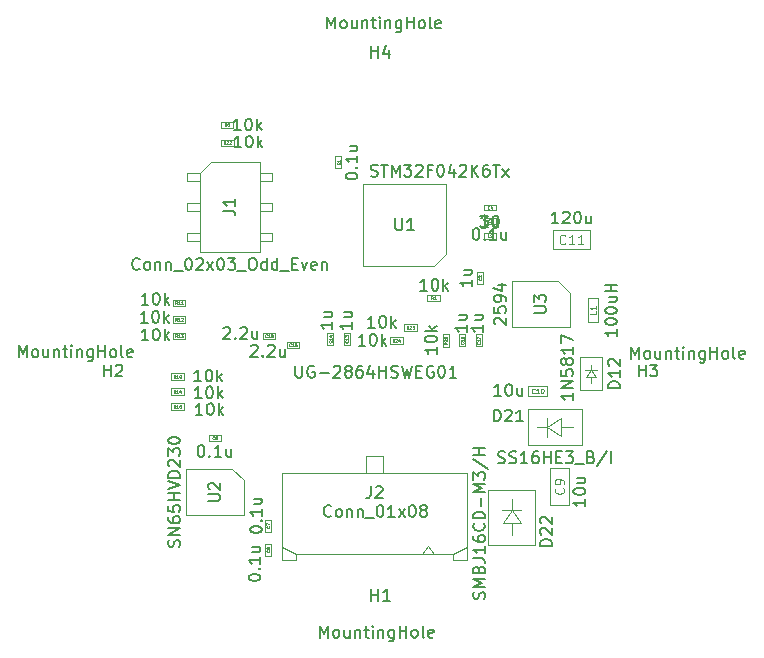
<source format=gbr>
%TF.GenerationSoftware,KiCad,Pcbnew,(5.1.10)-1*%
%TF.CreationDate,2021-10-31T13:05:10-04:00*%
%TF.ProjectId,CAN_Gauge,43414e5f-4761-4756-9765-2e6b69636164,rev?*%
%TF.SameCoordinates,Original*%
%TF.FileFunction,Other,Fab,Top*%
%FSLAX46Y46*%
G04 Gerber Fmt 4.6, Leading zero omitted, Abs format (unit mm)*
G04 Created by KiCad (PCBNEW (5.1.10)-1) date 2021-10-31 13:05:10*
%MOMM*%
%LPD*%
G01*
G04 APERTURE LIST*
%ADD10C,0.100000*%
%ADD11C,0.150000*%
%ADD12C,0.080000*%
%ADD13C,0.120000*%
%ADD14C,0.060000*%
%ADD15C,0.040000*%
G04 APERTURE END LIST*
D10*
%TO.C,L1*%
X152067400Y-94423600D02*
X151167400Y-94423600D01*
X151167400Y-94423600D02*
X151167400Y-92423600D01*
X151167400Y-92423600D02*
X152067400Y-92423600D01*
X152067400Y-92423600D02*
X152067400Y-94423600D01*
%TO.C,C11*%
X151388600Y-86680000D02*
X151388600Y-88280000D01*
X151388600Y-88280000D02*
X148188600Y-88280000D01*
X148188600Y-88280000D02*
X148188600Y-86680000D01*
X148188600Y-86680000D02*
X151388600Y-86680000D01*
%TO.C,D12*%
X152339600Y-97408400D02*
X152339600Y-100208400D01*
X152339600Y-100208400D02*
X150539600Y-100208400D01*
X150539600Y-100208400D02*
X150539600Y-97408400D01*
X150539600Y-97408400D02*
X152339600Y-97408400D01*
X151439600Y-98058400D02*
X151439600Y-98458400D01*
X151439600Y-98458400D02*
X151989600Y-98458400D01*
X151439600Y-98458400D02*
X150889600Y-98458400D01*
X151439600Y-98458400D02*
X151839600Y-99058400D01*
X151839600Y-99058400D02*
X151039600Y-99058400D01*
X151039600Y-99058400D02*
X151439600Y-98458400D01*
X151439600Y-99058400D02*
X151439600Y-99558400D01*
%TO.C,U3*%
X148647400Y-90965600D02*
X149622400Y-91940600D01*
X144722400Y-90965600D02*
X148647400Y-90965600D01*
X144722400Y-94865600D02*
X144722400Y-90965600D01*
X149622400Y-94865600D02*
X144722400Y-94865600D01*
X149622400Y-91940600D02*
X149622400Y-94865600D01*
%TO.C,C10*%
X147718400Y-100681600D02*
X146118400Y-100681600D01*
X147718400Y-99881600D02*
X147718400Y-100681600D01*
X146118400Y-99881600D02*
X147718400Y-99881600D01*
X146118400Y-100681600D02*
X146118400Y-99881600D01*
%TO.C,U1*%
X139140800Y-88710000D02*
X138140800Y-89710000D01*
X139140800Y-82710000D02*
X139140800Y-88710000D01*
X132140800Y-82710000D02*
X139140800Y-82710000D01*
X132140800Y-89710000D02*
X132140800Y-82710000D01*
X138140800Y-89710000D02*
X132140800Y-89710000D01*
%TO.C,R22*%
X120129800Y-78980400D02*
X121179800Y-78980400D01*
X120129800Y-79520400D02*
X120129800Y-78980400D01*
X121179800Y-79520400D02*
X120129800Y-79520400D01*
X121179800Y-78980400D02*
X121179800Y-79520400D01*
%TO.C,R6*%
X120079000Y-77456400D02*
X121129000Y-77456400D01*
X120079000Y-77996400D02*
X120079000Y-77456400D01*
X121129000Y-77996400D02*
X120079000Y-77996400D01*
X121129000Y-77456400D02*
X121129000Y-77996400D01*
%TO.C,L2*%
X142377800Y-86899800D02*
X143377800Y-86899800D01*
X142377800Y-87399800D02*
X142377800Y-86899800D01*
X143377800Y-87399800D02*
X142377800Y-87399800D01*
X143377800Y-86899800D02*
X143377800Y-87399800D01*
%TO.C,J2*%
X137622000Y-113380893D02*
X137122000Y-114088000D01*
X138122000Y-114088000D02*
X137622000Y-113380893D01*
X132422000Y-105818000D02*
X132422000Y-107218000D01*
X133822000Y-105818000D02*
X132422000Y-105818000D01*
X133822000Y-107218000D02*
X133822000Y-105818000D01*
X125297000Y-113458000D02*
X126497000Y-114088000D01*
X140947000Y-113458000D02*
X139747000Y-114088000D01*
X126497000Y-114088000D02*
X139747000Y-114088000D01*
X126497000Y-114588000D02*
X126497000Y-114088000D01*
X125297000Y-114588000D02*
X126497000Y-114588000D01*
X125297000Y-107218000D02*
X125297000Y-114588000D01*
X140947000Y-107218000D02*
X125297000Y-107218000D01*
X140947000Y-114588000D02*
X140947000Y-107218000D01*
X139747000Y-114588000D02*
X140947000Y-114588000D01*
X139747000Y-114088000D02*
X139747000Y-114588000D01*
%TO.C,J1*%
X123398000Y-88496000D02*
X118318000Y-88496000D01*
X119268000Y-80876000D02*
X123398000Y-80876000D01*
X118318000Y-88496000D02*
X118318000Y-81826000D01*
X118318000Y-81826000D02*
X119268000Y-80876000D01*
X123398000Y-80876000D02*
X123398000Y-88496000D01*
X118318000Y-81826000D02*
X117258000Y-81826000D01*
X117258000Y-81826000D02*
X117258000Y-82466000D01*
X117258000Y-82466000D02*
X118318000Y-82466000D01*
X123398000Y-81826000D02*
X124458000Y-81826000D01*
X124458000Y-81826000D02*
X124458000Y-82466000D01*
X124458000Y-82466000D02*
X123398000Y-82466000D01*
X118318000Y-84366000D02*
X117258000Y-84366000D01*
X117258000Y-84366000D02*
X117258000Y-85006000D01*
X117258000Y-85006000D02*
X118318000Y-85006000D01*
X123398000Y-84366000D02*
X124458000Y-84366000D01*
X124458000Y-84366000D02*
X124458000Y-85006000D01*
X124458000Y-85006000D02*
X123398000Y-85006000D01*
X118318000Y-86906000D02*
X117258000Y-86906000D01*
X117258000Y-86906000D02*
X117258000Y-87546000D01*
X117258000Y-87546000D02*
X118318000Y-87546000D01*
X123398000Y-86906000D02*
X124458000Y-86906000D01*
X124458000Y-86906000D02*
X124458000Y-87546000D01*
X124458000Y-87546000D02*
X123398000Y-87546000D01*
%TO.C,D22*%
X142734000Y-113275000D02*
X142734000Y-108675000D01*
X142734000Y-108675000D02*
X146734000Y-108675000D01*
X146734000Y-113275000D02*
X142734000Y-113275000D01*
X146734000Y-113275000D02*
X146734000Y-108675000D01*
X144732980Y-110325560D02*
X144732980Y-109423860D01*
X144732980Y-111476180D02*
X144732980Y-112474400D01*
X145533080Y-110325560D02*
X143932880Y-110325560D01*
X143983680Y-111476180D02*
X145533080Y-111476180D01*
X144732980Y-110325560D02*
X143983680Y-111476180D01*
X144732980Y-110325560D02*
X145533080Y-111476180D01*
%TO.C,C9*%
X147998000Y-109958800D02*
X147998000Y-106758800D01*
X149598000Y-109958800D02*
X147998000Y-109958800D01*
X149598000Y-106758800D02*
X149598000Y-109958800D01*
X147998000Y-106758800D02*
X149598000Y-106758800D01*
%TO.C,R26*%
X138876000Y-95464000D02*
X139416000Y-95464000D01*
X139416000Y-95464000D02*
X139416000Y-96514000D01*
X139416000Y-96514000D02*
X138876000Y-96514000D01*
X138876000Y-96514000D02*
X138876000Y-95464000D01*
%TO.C,R25*%
X135623800Y-95166800D02*
X135623800Y-94626800D01*
X135623800Y-94626800D02*
X136673800Y-94626800D01*
X136673800Y-94626800D02*
X136673800Y-95166800D01*
X136673800Y-95166800D02*
X135623800Y-95166800D01*
%TO.C,R24*%
X135480000Y-95719000D02*
X135480000Y-96259000D01*
X135480000Y-96259000D02*
X134430000Y-96259000D01*
X134430000Y-96259000D02*
X134430000Y-95719000D01*
X134430000Y-95719000D02*
X135480000Y-95719000D01*
%TO.C,C18*%
X124660000Y-95358000D02*
X124660000Y-95858000D01*
X124660000Y-95858000D02*
X123660000Y-95858000D01*
X123660000Y-95858000D02*
X123660000Y-95358000D01*
X123660000Y-95358000D02*
X124660000Y-95358000D01*
%TO.C,C17*%
X141690000Y-95489000D02*
X142190000Y-95489000D01*
X142190000Y-95489000D02*
X142190000Y-96489000D01*
X142190000Y-96489000D02*
X141690000Y-96489000D01*
X141690000Y-96489000D02*
X141690000Y-95489000D01*
%TO.C,C16*%
X126692000Y-96120000D02*
X126692000Y-96620000D01*
X126692000Y-96620000D02*
X125692000Y-96620000D01*
X125692000Y-96620000D02*
X125692000Y-96120000D01*
X125692000Y-96120000D02*
X126692000Y-96120000D01*
%TO.C,C15*%
X140293000Y-95489000D02*
X140793000Y-95489000D01*
X140793000Y-95489000D02*
X140793000Y-96489000D01*
X140793000Y-96489000D02*
X140293000Y-96489000D01*
X140293000Y-96489000D02*
X140293000Y-95489000D01*
%TO.C,C14*%
X129117000Y-95362000D02*
X129617000Y-95362000D01*
X129617000Y-95362000D02*
X129617000Y-96362000D01*
X129617000Y-96362000D02*
X129117000Y-96362000D01*
X129117000Y-96362000D02*
X129117000Y-95362000D01*
%TO.C,C13*%
X130514000Y-95362000D02*
X131014000Y-95362000D01*
X131014000Y-95362000D02*
X131014000Y-96362000D01*
X131014000Y-96362000D02*
X130514000Y-96362000D01*
X130514000Y-96362000D02*
X130514000Y-95362000D01*
%TO.C,C8*%
X123846500Y-114205500D02*
X123846500Y-113205500D01*
X124346500Y-114205500D02*
X123846500Y-114205500D01*
X124346500Y-113205500D02*
X124346500Y-114205500D01*
X123846500Y-113205500D02*
X124346500Y-113205500D01*
%TO.C,C7*%
X123846500Y-112173500D02*
X123846500Y-111173500D01*
X124346500Y-112173500D02*
X123846500Y-112173500D01*
X124346500Y-111173500D02*
X124346500Y-112173500D01*
X123846500Y-111173500D02*
X124346500Y-111173500D01*
%TO.C,C5*%
X120088000Y-104494000D02*
X119088000Y-104494000D01*
X120088000Y-103994000D02*
X120088000Y-104494000D01*
X119088000Y-103994000D02*
X120088000Y-103994000D01*
X119088000Y-104494000D02*
X119088000Y-103994000D01*
%TO.C,C4*%
X143379800Y-84986800D02*
X142379800Y-84986800D01*
X143379800Y-84486800D02*
X143379800Y-84986800D01*
X142379800Y-84486800D02*
X143379800Y-84486800D01*
X142379800Y-84986800D02*
X142379800Y-84486800D01*
%TO.C,C3*%
X143379800Y-86129800D02*
X142379800Y-86129800D01*
X143379800Y-85629800D02*
X143379800Y-86129800D01*
X142379800Y-85629800D02*
X143379800Y-85629800D01*
X142379800Y-86129800D02*
X142379800Y-85629800D01*
%TO.C,C2*%
X141791600Y-91180400D02*
X141791600Y-90180400D01*
X142291600Y-91180400D02*
X141791600Y-91180400D01*
X142291600Y-90180400D02*
X142291600Y-91180400D01*
X141791600Y-90180400D02*
X142291600Y-90180400D01*
%TO.C,C1*%
X130302800Y-80398800D02*
X130302800Y-81398800D01*
X129802800Y-80398800D02*
X130302800Y-80398800D01*
X129802800Y-81398800D02*
X129802800Y-80398800D01*
X130302800Y-81398800D02*
X129802800Y-81398800D01*
%TO.C,R15*%
X115888000Y-101307000D02*
X116938000Y-101307000D01*
X115888000Y-101847000D02*
X115888000Y-101307000D01*
X116938000Y-101847000D02*
X115888000Y-101847000D01*
X116938000Y-101307000D02*
X116938000Y-101847000D01*
%TO.C,R14*%
X115888000Y-100037000D02*
X116938000Y-100037000D01*
X115888000Y-100577000D02*
X115888000Y-100037000D01*
X116938000Y-100577000D02*
X115888000Y-100577000D01*
X116938000Y-100037000D02*
X116938000Y-100577000D01*
%TO.C,R13*%
X116015000Y-95338000D02*
X117065000Y-95338000D01*
X116015000Y-95878000D02*
X116015000Y-95338000D01*
X117065000Y-95878000D02*
X116015000Y-95878000D01*
X117065000Y-95338000D02*
X117065000Y-95878000D01*
%TO.C,R12*%
X117065000Y-94481000D02*
X116015000Y-94481000D01*
X117065000Y-93941000D02*
X117065000Y-94481000D01*
X116015000Y-93941000D02*
X117065000Y-93941000D01*
X116015000Y-94481000D02*
X116015000Y-93941000D01*
%TO.C,R11*%
X116015000Y-92544000D02*
X117065000Y-92544000D01*
X116015000Y-93084000D02*
X116015000Y-92544000D01*
X117065000Y-93084000D02*
X116015000Y-93084000D01*
X117065000Y-92544000D02*
X117065000Y-93084000D01*
%TO.C,R10*%
X115888000Y-98767000D02*
X116938000Y-98767000D01*
X115888000Y-99307000D02*
X115888000Y-98767000D01*
X116938000Y-99307000D02*
X115888000Y-99307000D01*
X116938000Y-98767000D02*
X116938000Y-99307000D01*
%TO.C,R1*%
X138629600Y-92677600D02*
X137579600Y-92677600D01*
X138629600Y-92137600D02*
X138629600Y-92677600D01*
X137579600Y-92137600D02*
X138629600Y-92137600D01*
X137579600Y-92677600D02*
X137579600Y-92137600D01*
%TO.C,D21*%
X147742160Y-103330620D02*
X148892780Y-102530520D01*
X147742160Y-103330620D02*
X148892780Y-104079920D01*
X148892780Y-104079920D02*
X148892780Y-102530520D01*
X147742160Y-102530520D02*
X147742160Y-104130720D01*
X148892780Y-103330620D02*
X149891000Y-103330620D01*
X147742160Y-103330620D02*
X146840460Y-103330620D01*
X150691600Y-101829600D02*
X146091600Y-101829600D01*
X150691600Y-101829600D02*
X150691600Y-104829600D01*
X146091600Y-104829600D02*
X146091600Y-101829600D01*
X150691600Y-104829600D02*
X146091600Y-104829600D01*
%TO.C,U2*%
X122038000Y-107841000D02*
X122038000Y-110766000D01*
X122038000Y-110766000D02*
X117138000Y-110766000D01*
X117138000Y-110766000D02*
X117138000Y-106866000D01*
X117138000Y-106866000D02*
X121063000Y-106866000D01*
X121063000Y-106866000D02*
X122038000Y-107841000D01*
%TD*%
%TO.C,L1*%
D11*
X153619780Y-95066457D02*
X153619780Y-95637885D01*
X153619780Y-95352171D02*
X152619780Y-95352171D01*
X152762638Y-95447409D01*
X152857876Y-95542647D01*
X152905495Y-95637885D01*
X152619780Y-94447409D02*
X152619780Y-94352171D01*
X152667400Y-94256933D01*
X152715019Y-94209314D01*
X152810257Y-94161695D01*
X153000733Y-94114076D01*
X153238828Y-94114076D01*
X153429304Y-94161695D01*
X153524542Y-94209314D01*
X153572161Y-94256933D01*
X153619780Y-94352171D01*
X153619780Y-94447409D01*
X153572161Y-94542647D01*
X153524542Y-94590266D01*
X153429304Y-94637885D01*
X153238828Y-94685504D01*
X153000733Y-94685504D01*
X152810257Y-94637885D01*
X152715019Y-94590266D01*
X152667400Y-94542647D01*
X152619780Y-94447409D01*
X152619780Y-93495028D02*
X152619780Y-93399790D01*
X152667400Y-93304552D01*
X152715019Y-93256933D01*
X152810257Y-93209314D01*
X153000733Y-93161695D01*
X153238828Y-93161695D01*
X153429304Y-93209314D01*
X153524542Y-93256933D01*
X153572161Y-93304552D01*
X153619780Y-93399790D01*
X153619780Y-93495028D01*
X153572161Y-93590266D01*
X153524542Y-93637885D01*
X153429304Y-93685504D01*
X153238828Y-93733123D01*
X153000733Y-93733123D01*
X152810257Y-93685504D01*
X152715019Y-93637885D01*
X152667400Y-93590266D01*
X152619780Y-93495028D01*
X152953114Y-92304552D02*
X153619780Y-92304552D01*
X152953114Y-92733123D02*
X153476923Y-92733123D01*
X153572161Y-92685504D01*
X153619780Y-92590266D01*
X153619780Y-92447409D01*
X153572161Y-92352171D01*
X153524542Y-92304552D01*
X153619780Y-91828361D02*
X152619780Y-91828361D01*
X153095971Y-91828361D02*
X153095971Y-91256933D01*
X153619780Y-91256933D02*
X152619780Y-91256933D01*
D12*
X151843590Y-93506933D02*
X151843590Y-93745028D01*
X151343590Y-93745028D01*
X151843590Y-93078361D02*
X151843590Y-93364076D01*
X151843590Y-93221219D02*
X151343590Y-93221219D01*
X151415019Y-93268838D01*
X151462638Y-93316457D01*
X151486447Y-93364076D01*
%TO.C,C11*%
D11*
X148669552Y-86082380D02*
X148098123Y-86082380D01*
X148383838Y-86082380D02*
X148383838Y-85082380D01*
X148288600Y-85225238D01*
X148193361Y-85320476D01*
X148098123Y-85368095D01*
X149050504Y-85177619D02*
X149098123Y-85130000D01*
X149193361Y-85082380D01*
X149431457Y-85082380D01*
X149526695Y-85130000D01*
X149574314Y-85177619D01*
X149621933Y-85272857D01*
X149621933Y-85368095D01*
X149574314Y-85510952D01*
X149002885Y-86082380D01*
X149621933Y-86082380D01*
X150240980Y-85082380D02*
X150336219Y-85082380D01*
X150431457Y-85130000D01*
X150479076Y-85177619D01*
X150526695Y-85272857D01*
X150574314Y-85463333D01*
X150574314Y-85701428D01*
X150526695Y-85891904D01*
X150479076Y-85987142D01*
X150431457Y-86034761D01*
X150336219Y-86082380D01*
X150240980Y-86082380D01*
X150145742Y-86034761D01*
X150098123Y-85987142D01*
X150050504Y-85891904D01*
X150002885Y-85701428D01*
X150002885Y-85463333D01*
X150050504Y-85272857D01*
X150098123Y-85177619D01*
X150145742Y-85130000D01*
X150240980Y-85082380D01*
X151431457Y-85415714D02*
X151431457Y-86082380D01*
X151002885Y-85415714D02*
X151002885Y-85939523D01*
X151050504Y-86034761D01*
X151145742Y-86082380D01*
X151288600Y-86082380D01*
X151383838Y-86034761D01*
X151431457Y-85987142D01*
D13*
X149274314Y-87765714D02*
X149236219Y-87803809D01*
X149121933Y-87841904D01*
X149045742Y-87841904D01*
X148931457Y-87803809D01*
X148855266Y-87727619D01*
X148817171Y-87651428D01*
X148779076Y-87499047D01*
X148779076Y-87384761D01*
X148817171Y-87232380D01*
X148855266Y-87156190D01*
X148931457Y-87080000D01*
X149045742Y-87041904D01*
X149121933Y-87041904D01*
X149236219Y-87080000D01*
X149274314Y-87118095D01*
X150036219Y-87841904D02*
X149579076Y-87841904D01*
X149807647Y-87841904D02*
X149807647Y-87041904D01*
X149731457Y-87156190D01*
X149655266Y-87232380D01*
X149579076Y-87270476D01*
X150798123Y-87841904D02*
X150340980Y-87841904D01*
X150569552Y-87841904D02*
X150569552Y-87041904D01*
X150493361Y-87156190D01*
X150417171Y-87232380D01*
X150340980Y-87270476D01*
%TO.C,D12*%
D11*
X149910780Y-100443257D02*
X149910780Y-101014685D01*
X149910780Y-100728971D02*
X148910780Y-100728971D01*
X149053638Y-100824209D01*
X149148876Y-100919447D01*
X149196495Y-101014685D01*
X149910780Y-100014685D02*
X148910780Y-100014685D01*
X149910780Y-99443257D01*
X148910780Y-99443257D01*
X148910780Y-98490876D02*
X148910780Y-98967066D01*
X149386971Y-99014685D01*
X149339352Y-98967066D01*
X149291733Y-98871828D01*
X149291733Y-98633733D01*
X149339352Y-98538495D01*
X149386971Y-98490876D01*
X149482209Y-98443257D01*
X149720304Y-98443257D01*
X149815542Y-98490876D01*
X149863161Y-98538495D01*
X149910780Y-98633733D01*
X149910780Y-98871828D01*
X149863161Y-98967066D01*
X149815542Y-99014685D01*
X149339352Y-97871828D02*
X149291733Y-97967066D01*
X149244114Y-98014685D01*
X149148876Y-98062304D01*
X149101257Y-98062304D01*
X149006019Y-98014685D01*
X148958400Y-97967066D01*
X148910780Y-97871828D01*
X148910780Y-97681352D01*
X148958400Y-97586114D01*
X149006019Y-97538495D01*
X149101257Y-97490876D01*
X149148876Y-97490876D01*
X149244114Y-97538495D01*
X149291733Y-97586114D01*
X149339352Y-97681352D01*
X149339352Y-97871828D01*
X149386971Y-97967066D01*
X149434590Y-98014685D01*
X149529828Y-98062304D01*
X149720304Y-98062304D01*
X149815542Y-98014685D01*
X149863161Y-97967066D01*
X149910780Y-97871828D01*
X149910780Y-97681352D01*
X149863161Y-97586114D01*
X149815542Y-97538495D01*
X149720304Y-97490876D01*
X149529828Y-97490876D01*
X149434590Y-97538495D01*
X149386971Y-97586114D01*
X149339352Y-97681352D01*
X149910780Y-96538495D02*
X149910780Y-97109923D01*
X149910780Y-96824209D02*
X148910780Y-96824209D01*
X149053638Y-96919447D01*
X149148876Y-97014685D01*
X149196495Y-97109923D01*
X148910780Y-96205161D02*
X148910780Y-95538495D01*
X149910780Y-95967066D01*
X153891980Y-100022685D02*
X152891980Y-100022685D01*
X152891980Y-99784590D01*
X152939600Y-99641733D01*
X153034838Y-99546495D01*
X153130076Y-99498876D01*
X153320552Y-99451257D01*
X153463409Y-99451257D01*
X153653885Y-99498876D01*
X153749123Y-99546495D01*
X153844361Y-99641733D01*
X153891980Y-99784590D01*
X153891980Y-100022685D01*
X153891980Y-98498876D02*
X153891980Y-99070304D01*
X153891980Y-98784590D02*
X152891980Y-98784590D01*
X153034838Y-98879828D01*
X153130076Y-98975066D01*
X153177695Y-99070304D01*
X152987219Y-98117923D02*
X152939600Y-98070304D01*
X152891980Y-97975066D01*
X152891980Y-97736971D01*
X152939600Y-97641733D01*
X152987219Y-97594114D01*
X153082457Y-97546495D01*
X153177695Y-97546495D01*
X153320552Y-97594114D01*
X153891980Y-98165542D01*
X153891980Y-97546495D01*
%TO.C,U3*%
X143320019Y-94629885D02*
X143272400Y-94582266D01*
X143224780Y-94487028D01*
X143224780Y-94248933D01*
X143272400Y-94153695D01*
X143320019Y-94106076D01*
X143415257Y-94058457D01*
X143510495Y-94058457D01*
X143653352Y-94106076D01*
X144224780Y-94677504D01*
X144224780Y-94058457D01*
X143224780Y-93153695D02*
X143224780Y-93629885D01*
X143700971Y-93677504D01*
X143653352Y-93629885D01*
X143605733Y-93534647D01*
X143605733Y-93296552D01*
X143653352Y-93201314D01*
X143700971Y-93153695D01*
X143796209Y-93106076D01*
X144034304Y-93106076D01*
X144129542Y-93153695D01*
X144177161Y-93201314D01*
X144224780Y-93296552D01*
X144224780Y-93534647D01*
X144177161Y-93629885D01*
X144129542Y-93677504D01*
X144224780Y-92629885D02*
X144224780Y-92439409D01*
X144177161Y-92344171D01*
X144129542Y-92296552D01*
X143986685Y-92201314D01*
X143796209Y-92153695D01*
X143415257Y-92153695D01*
X143320019Y-92201314D01*
X143272400Y-92248933D01*
X143224780Y-92344171D01*
X143224780Y-92534647D01*
X143272400Y-92629885D01*
X143320019Y-92677504D01*
X143415257Y-92725123D01*
X143653352Y-92725123D01*
X143748590Y-92677504D01*
X143796209Y-92629885D01*
X143843828Y-92534647D01*
X143843828Y-92344171D01*
X143796209Y-92248933D01*
X143748590Y-92201314D01*
X143653352Y-92153695D01*
X143558114Y-91296552D02*
X144224780Y-91296552D01*
X143177161Y-91534647D02*
X143891447Y-91772742D01*
X143891447Y-91153695D01*
X146635733Y-93662266D02*
X147429066Y-93662266D01*
X147522400Y-93615600D01*
X147569066Y-93568933D01*
X147615733Y-93475600D01*
X147615733Y-93288933D01*
X147569066Y-93195600D01*
X147522400Y-93148933D01*
X147429066Y-93102266D01*
X146635733Y-93102266D01*
X146635733Y-92728933D02*
X146635733Y-92122266D01*
X147009066Y-92448933D01*
X147009066Y-92308933D01*
X147055733Y-92215600D01*
X147102400Y-92168933D01*
X147195733Y-92122266D01*
X147429066Y-92122266D01*
X147522400Y-92168933D01*
X147569066Y-92215600D01*
X147615733Y-92308933D01*
X147615733Y-92588933D01*
X147569066Y-92682266D01*
X147522400Y-92728933D01*
%TO.C,C10*%
X143811742Y-100683180D02*
X143240314Y-100683180D01*
X143526028Y-100683180D02*
X143526028Y-99683180D01*
X143430790Y-99826038D01*
X143335552Y-99921276D01*
X143240314Y-99968895D01*
X144430790Y-99683180D02*
X144526028Y-99683180D01*
X144621266Y-99730800D01*
X144668885Y-99778419D01*
X144716504Y-99873657D01*
X144764123Y-100064133D01*
X144764123Y-100302228D01*
X144716504Y-100492704D01*
X144668885Y-100587942D01*
X144621266Y-100635561D01*
X144526028Y-100683180D01*
X144430790Y-100683180D01*
X144335552Y-100635561D01*
X144287933Y-100587942D01*
X144240314Y-100492704D01*
X144192695Y-100302228D01*
X144192695Y-100064133D01*
X144240314Y-99873657D01*
X144287933Y-99778419D01*
X144335552Y-99730800D01*
X144430790Y-99683180D01*
X145621266Y-100016514D02*
X145621266Y-100683180D01*
X145192695Y-100016514D02*
X145192695Y-100540323D01*
X145240314Y-100635561D01*
X145335552Y-100683180D01*
X145478409Y-100683180D01*
X145573647Y-100635561D01*
X145621266Y-100587942D01*
D14*
X146661257Y-100424457D02*
X146642209Y-100443504D01*
X146585066Y-100462552D01*
X146546971Y-100462552D01*
X146489828Y-100443504D01*
X146451733Y-100405409D01*
X146432685Y-100367314D01*
X146413638Y-100291123D01*
X146413638Y-100233980D01*
X146432685Y-100157790D01*
X146451733Y-100119695D01*
X146489828Y-100081600D01*
X146546971Y-100062552D01*
X146585066Y-100062552D01*
X146642209Y-100081600D01*
X146661257Y-100100647D01*
X147042209Y-100462552D02*
X146813638Y-100462552D01*
X146927923Y-100462552D02*
X146927923Y-100062552D01*
X146889828Y-100119695D01*
X146851733Y-100157790D01*
X146813638Y-100176838D01*
X147289828Y-100062552D02*
X147327923Y-100062552D01*
X147366019Y-100081600D01*
X147385066Y-100100647D01*
X147404114Y-100138742D01*
X147423161Y-100214933D01*
X147423161Y-100310171D01*
X147404114Y-100386361D01*
X147385066Y-100424457D01*
X147366019Y-100443504D01*
X147327923Y-100462552D01*
X147289828Y-100462552D01*
X147251733Y-100443504D01*
X147232685Y-100424457D01*
X147213638Y-100386361D01*
X147194590Y-100310171D01*
X147194590Y-100214933D01*
X147213638Y-100138742D01*
X147232685Y-100100647D01*
X147251733Y-100081600D01*
X147289828Y-100062552D01*
%TO.C,U4*%
D11*
X126416685Y-98133780D02*
X126416685Y-98943304D01*
X126464304Y-99038542D01*
X126511923Y-99086161D01*
X126607161Y-99133780D01*
X126797638Y-99133780D01*
X126892876Y-99086161D01*
X126940495Y-99038542D01*
X126988114Y-98943304D01*
X126988114Y-98133780D01*
X127988114Y-98181400D02*
X127892876Y-98133780D01*
X127750019Y-98133780D01*
X127607161Y-98181400D01*
X127511923Y-98276638D01*
X127464304Y-98371876D01*
X127416685Y-98562352D01*
X127416685Y-98705209D01*
X127464304Y-98895685D01*
X127511923Y-98990923D01*
X127607161Y-99086161D01*
X127750019Y-99133780D01*
X127845257Y-99133780D01*
X127988114Y-99086161D01*
X128035733Y-99038542D01*
X128035733Y-98705209D01*
X127845257Y-98705209D01*
X128464304Y-98752828D02*
X129226209Y-98752828D01*
X129654780Y-98229019D02*
X129702400Y-98181400D01*
X129797638Y-98133780D01*
X130035733Y-98133780D01*
X130130971Y-98181400D01*
X130178590Y-98229019D01*
X130226209Y-98324257D01*
X130226209Y-98419495D01*
X130178590Y-98562352D01*
X129607161Y-99133780D01*
X130226209Y-99133780D01*
X130797638Y-98562352D02*
X130702400Y-98514733D01*
X130654780Y-98467114D01*
X130607161Y-98371876D01*
X130607161Y-98324257D01*
X130654780Y-98229019D01*
X130702400Y-98181400D01*
X130797638Y-98133780D01*
X130988114Y-98133780D01*
X131083352Y-98181400D01*
X131130971Y-98229019D01*
X131178590Y-98324257D01*
X131178590Y-98371876D01*
X131130971Y-98467114D01*
X131083352Y-98514733D01*
X130988114Y-98562352D01*
X130797638Y-98562352D01*
X130702400Y-98609971D01*
X130654780Y-98657590D01*
X130607161Y-98752828D01*
X130607161Y-98943304D01*
X130654780Y-99038542D01*
X130702400Y-99086161D01*
X130797638Y-99133780D01*
X130988114Y-99133780D01*
X131083352Y-99086161D01*
X131130971Y-99038542D01*
X131178590Y-98943304D01*
X131178590Y-98752828D01*
X131130971Y-98657590D01*
X131083352Y-98609971D01*
X130988114Y-98562352D01*
X132035733Y-98133780D02*
X131845257Y-98133780D01*
X131750019Y-98181400D01*
X131702400Y-98229019D01*
X131607161Y-98371876D01*
X131559542Y-98562352D01*
X131559542Y-98943304D01*
X131607161Y-99038542D01*
X131654780Y-99086161D01*
X131750019Y-99133780D01*
X131940495Y-99133780D01*
X132035733Y-99086161D01*
X132083352Y-99038542D01*
X132130971Y-98943304D01*
X132130971Y-98705209D01*
X132083352Y-98609971D01*
X132035733Y-98562352D01*
X131940495Y-98514733D01*
X131750019Y-98514733D01*
X131654780Y-98562352D01*
X131607161Y-98609971D01*
X131559542Y-98705209D01*
X132988114Y-98467114D02*
X132988114Y-99133780D01*
X132750019Y-98086161D02*
X132511923Y-98800447D01*
X133130971Y-98800447D01*
X133511923Y-99133780D02*
X133511923Y-98133780D01*
X133511923Y-98609971D02*
X134083352Y-98609971D01*
X134083352Y-99133780D02*
X134083352Y-98133780D01*
X134511923Y-99086161D02*
X134654780Y-99133780D01*
X134892876Y-99133780D01*
X134988114Y-99086161D01*
X135035733Y-99038542D01*
X135083352Y-98943304D01*
X135083352Y-98848066D01*
X135035733Y-98752828D01*
X134988114Y-98705209D01*
X134892876Y-98657590D01*
X134702400Y-98609971D01*
X134607161Y-98562352D01*
X134559542Y-98514733D01*
X134511923Y-98419495D01*
X134511923Y-98324257D01*
X134559542Y-98229019D01*
X134607161Y-98181400D01*
X134702400Y-98133780D01*
X134940495Y-98133780D01*
X135083352Y-98181400D01*
X135416685Y-98133780D02*
X135654780Y-99133780D01*
X135845257Y-98419495D01*
X136035733Y-99133780D01*
X136273828Y-98133780D01*
X136654780Y-98609971D02*
X136988114Y-98609971D01*
X137130971Y-99133780D02*
X136654780Y-99133780D01*
X136654780Y-98133780D01*
X137130971Y-98133780D01*
X138083352Y-98181400D02*
X137988114Y-98133780D01*
X137845257Y-98133780D01*
X137702400Y-98181400D01*
X137607161Y-98276638D01*
X137559542Y-98371876D01*
X137511923Y-98562352D01*
X137511923Y-98705209D01*
X137559542Y-98895685D01*
X137607161Y-98990923D01*
X137702400Y-99086161D01*
X137845257Y-99133780D01*
X137940495Y-99133780D01*
X138083352Y-99086161D01*
X138130971Y-99038542D01*
X138130971Y-98705209D01*
X137940495Y-98705209D01*
X138750019Y-98133780D02*
X138845257Y-98133780D01*
X138940495Y-98181400D01*
X138988114Y-98229019D01*
X139035733Y-98324257D01*
X139083352Y-98514733D01*
X139083352Y-98752828D01*
X139035733Y-98943304D01*
X138988114Y-99038542D01*
X138940495Y-99086161D01*
X138845257Y-99133780D01*
X138750019Y-99133780D01*
X138654780Y-99086161D01*
X138607161Y-99038542D01*
X138559542Y-98943304D01*
X138511923Y-98752828D01*
X138511923Y-98514733D01*
X138559542Y-98324257D01*
X138607161Y-98229019D01*
X138654780Y-98181400D01*
X138750019Y-98133780D01*
X140035733Y-99133780D02*
X139464304Y-99133780D01*
X139750019Y-99133780D02*
X139750019Y-98133780D01*
X139654780Y-98276638D01*
X139559542Y-98371876D01*
X139464304Y-98419495D01*
%TO.C,U1*%
X132803076Y-82068161D02*
X132945933Y-82115780D01*
X133184028Y-82115780D01*
X133279266Y-82068161D01*
X133326885Y-82020542D01*
X133374504Y-81925304D01*
X133374504Y-81830066D01*
X133326885Y-81734828D01*
X133279266Y-81687209D01*
X133184028Y-81639590D01*
X132993552Y-81591971D01*
X132898314Y-81544352D01*
X132850695Y-81496733D01*
X132803076Y-81401495D01*
X132803076Y-81306257D01*
X132850695Y-81211019D01*
X132898314Y-81163400D01*
X132993552Y-81115780D01*
X133231647Y-81115780D01*
X133374504Y-81163400D01*
X133660219Y-81115780D02*
X134231647Y-81115780D01*
X133945933Y-82115780D02*
X133945933Y-81115780D01*
X134564980Y-82115780D02*
X134564980Y-81115780D01*
X134898314Y-81830066D01*
X135231647Y-81115780D01*
X135231647Y-82115780D01*
X135612600Y-81115780D02*
X136231647Y-81115780D01*
X135898314Y-81496733D01*
X136041171Y-81496733D01*
X136136409Y-81544352D01*
X136184028Y-81591971D01*
X136231647Y-81687209D01*
X136231647Y-81925304D01*
X136184028Y-82020542D01*
X136136409Y-82068161D01*
X136041171Y-82115780D01*
X135755457Y-82115780D01*
X135660219Y-82068161D01*
X135612600Y-82020542D01*
X136612600Y-81211019D02*
X136660219Y-81163400D01*
X136755457Y-81115780D01*
X136993552Y-81115780D01*
X137088790Y-81163400D01*
X137136409Y-81211019D01*
X137184028Y-81306257D01*
X137184028Y-81401495D01*
X137136409Y-81544352D01*
X136564980Y-82115780D01*
X137184028Y-82115780D01*
X137945933Y-81591971D02*
X137612600Y-81591971D01*
X137612600Y-82115780D02*
X137612600Y-81115780D01*
X138088790Y-81115780D01*
X138660219Y-81115780D02*
X138755457Y-81115780D01*
X138850695Y-81163400D01*
X138898314Y-81211019D01*
X138945933Y-81306257D01*
X138993552Y-81496733D01*
X138993552Y-81734828D01*
X138945933Y-81925304D01*
X138898314Y-82020542D01*
X138850695Y-82068161D01*
X138755457Y-82115780D01*
X138660219Y-82115780D01*
X138564980Y-82068161D01*
X138517361Y-82020542D01*
X138469742Y-81925304D01*
X138422123Y-81734828D01*
X138422123Y-81496733D01*
X138469742Y-81306257D01*
X138517361Y-81211019D01*
X138564980Y-81163400D01*
X138660219Y-81115780D01*
X139850695Y-81449114D02*
X139850695Y-82115780D01*
X139612600Y-81068161D02*
X139374504Y-81782447D01*
X139993552Y-81782447D01*
X140326885Y-81211019D02*
X140374504Y-81163400D01*
X140469742Y-81115780D01*
X140707838Y-81115780D01*
X140803076Y-81163400D01*
X140850695Y-81211019D01*
X140898314Y-81306257D01*
X140898314Y-81401495D01*
X140850695Y-81544352D01*
X140279266Y-82115780D01*
X140898314Y-82115780D01*
X141326885Y-82115780D02*
X141326885Y-81115780D01*
X141898314Y-82115780D02*
X141469742Y-81544352D01*
X141898314Y-81115780D02*
X141326885Y-81687209D01*
X142755457Y-81115780D02*
X142564980Y-81115780D01*
X142469742Y-81163400D01*
X142422123Y-81211019D01*
X142326885Y-81353876D01*
X142279266Y-81544352D01*
X142279266Y-81925304D01*
X142326885Y-82020542D01*
X142374504Y-82068161D01*
X142469742Y-82115780D01*
X142660219Y-82115780D01*
X142755457Y-82068161D01*
X142803076Y-82020542D01*
X142850695Y-81925304D01*
X142850695Y-81687209D01*
X142803076Y-81591971D01*
X142755457Y-81544352D01*
X142660219Y-81496733D01*
X142469742Y-81496733D01*
X142374504Y-81544352D01*
X142326885Y-81591971D01*
X142279266Y-81687209D01*
X143136409Y-81115780D02*
X143707838Y-81115780D01*
X143422123Y-82115780D02*
X143422123Y-81115780D01*
X143945933Y-82115780D02*
X144469742Y-81449114D01*
X143945933Y-81449114D02*
X144469742Y-82115780D01*
X134878895Y-85662380D02*
X134878895Y-86471904D01*
X134926514Y-86567142D01*
X134974133Y-86614761D01*
X135069371Y-86662380D01*
X135259847Y-86662380D01*
X135355085Y-86614761D01*
X135402704Y-86567142D01*
X135450323Y-86471904D01*
X135450323Y-85662380D01*
X136450323Y-86662380D02*
X135878895Y-86662380D01*
X136164609Y-86662380D02*
X136164609Y-85662380D01*
X136069371Y-85805238D01*
X135974133Y-85900476D01*
X135878895Y-85948095D01*
%TO.C,R22*%
X121837561Y-79651980D02*
X121266133Y-79651980D01*
X121551847Y-79651980D02*
X121551847Y-78651980D01*
X121456609Y-78794838D01*
X121361371Y-78890076D01*
X121266133Y-78937695D01*
X122456609Y-78651980D02*
X122551847Y-78651980D01*
X122647085Y-78699600D01*
X122694704Y-78747219D01*
X122742323Y-78842457D01*
X122789942Y-79032933D01*
X122789942Y-79271028D01*
X122742323Y-79461504D01*
X122694704Y-79556742D01*
X122647085Y-79604361D01*
X122551847Y-79651980D01*
X122456609Y-79651980D01*
X122361371Y-79604361D01*
X122313752Y-79556742D01*
X122266133Y-79461504D01*
X122218514Y-79271028D01*
X122218514Y-79032933D01*
X122266133Y-78842457D01*
X122313752Y-78747219D01*
X122361371Y-78699600D01*
X122456609Y-78651980D01*
X123218514Y-79651980D02*
X123218514Y-78651980D01*
X123313752Y-79271028D02*
X123599466Y-79651980D01*
X123599466Y-78985314D02*
X123218514Y-79366266D01*
D15*
X120487657Y-79368019D02*
X120400990Y-79244209D01*
X120339085Y-79368019D02*
X120339085Y-79108019D01*
X120438133Y-79108019D01*
X120462895Y-79120400D01*
X120475276Y-79132780D01*
X120487657Y-79157542D01*
X120487657Y-79194685D01*
X120475276Y-79219447D01*
X120462895Y-79231828D01*
X120438133Y-79244209D01*
X120339085Y-79244209D01*
X120586704Y-79132780D02*
X120599085Y-79120400D01*
X120623847Y-79108019D01*
X120685752Y-79108019D01*
X120710514Y-79120400D01*
X120722895Y-79132780D01*
X120735276Y-79157542D01*
X120735276Y-79182304D01*
X120722895Y-79219447D01*
X120574323Y-79368019D01*
X120735276Y-79368019D01*
X120834323Y-79132780D02*
X120846704Y-79120400D01*
X120871466Y-79108019D01*
X120933371Y-79108019D01*
X120958133Y-79120400D01*
X120970514Y-79132780D01*
X120982895Y-79157542D01*
X120982895Y-79182304D01*
X120970514Y-79219447D01*
X120821942Y-79368019D01*
X120982895Y-79368019D01*
%TO.C,R6*%
D11*
X121786761Y-78204180D02*
X121215333Y-78204180D01*
X121501047Y-78204180D02*
X121501047Y-77204180D01*
X121405809Y-77347038D01*
X121310571Y-77442276D01*
X121215333Y-77489895D01*
X122405809Y-77204180D02*
X122501047Y-77204180D01*
X122596285Y-77251800D01*
X122643904Y-77299419D01*
X122691523Y-77394657D01*
X122739142Y-77585133D01*
X122739142Y-77823228D01*
X122691523Y-78013704D01*
X122643904Y-78108942D01*
X122596285Y-78156561D01*
X122501047Y-78204180D01*
X122405809Y-78204180D01*
X122310571Y-78156561D01*
X122262952Y-78108942D01*
X122215333Y-78013704D01*
X122167714Y-77823228D01*
X122167714Y-77585133D01*
X122215333Y-77394657D01*
X122262952Y-77299419D01*
X122310571Y-77251800D01*
X122405809Y-77204180D01*
X123167714Y-78204180D02*
X123167714Y-77204180D01*
X123262952Y-77823228D02*
X123548666Y-78204180D01*
X123548666Y-77537514D02*
X123167714Y-77918466D01*
D15*
X120560666Y-77844019D02*
X120474000Y-77720209D01*
X120412095Y-77844019D02*
X120412095Y-77584019D01*
X120511142Y-77584019D01*
X120535904Y-77596400D01*
X120548285Y-77608780D01*
X120560666Y-77633542D01*
X120560666Y-77670685D01*
X120548285Y-77695447D01*
X120535904Y-77707828D01*
X120511142Y-77720209D01*
X120412095Y-77720209D01*
X120783523Y-77584019D02*
X120734000Y-77584019D01*
X120709238Y-77596400D01*
X120696857Y-77608780D01*
X120672095Y-77645923D01*
X120659714Y-77695447D01*
X120659714Y-77794495D01*
X120672095Y-77819257D01*
X120684476Y-77831638D01*
X120709238Y-77844019D01*
X120758761Y-77844019D01*
X120783523Y-77831638D01*
X120795904Y-77819257D01*
X120808285Y-77794495D01*
X120808285Y-77732590D01*
X120795904Y-77707828D01*
X120783523Y-77695447D01*
X120758761Y-77683066D01*
X120709238Y-77683066D01*
X120684476Y-77695447D01*
X120672095Y-77707828D01*
X120659714Y-77732590D01*
%TO.C,L2*%
D11*
X142068276Y-85432180D02*
X142687323Y-85432180D01*
X142353990Y-85813133D01*
X142496847Y-85813133D01*
X142592085Y-85860752D01*
X142639704Y-85908371D01*
X142687323Y-86003609D01*
X142687323Y-86241704D01*
X142639704Y-86336942D01*
X142592085Y-86384561D01*
X142496847Y-86432180D01*
X142211133Y-86432180D01*
X142115895Y-86384561D01*
X142068276Y-86336942D01*
X143306371Y-85432180D02*
X143401609Y-85432180D01*
X143496847Y-85479800D01*
X143544466Y-85527419D01*
X143592085Y-85622657D01*
X143639704Y-85813133D01*
X143639704Y-86051228D01*
X143592085Y-86241704D01*
X143544466Y-86336942D01*
X143496847Y-86384561D01*
X143401609Y-86432180D01*
X143306371Y-86432180D01*
X143211133Y-86384561D01*
X143163514Y-86336942D01*
X143115895Y-86241704D01*
X143068276Y-86051228D01*
X143068276Y-85813133D01*
X143115895Y-85622657D01*
X143163514Y-85527419D01*
X143211133Y-85479800D01*
X143306371Y-85432180D01*
D15*
X142836133Y-87262895D02*
X142717085Y-87262895D01*
X142717085Y-87012895D01*
X142907561Y-87036704D02*
X142919466Y-87024800D01*
X142943276Y-87012895D01*
X143002800Y-87012895D01*
X143026609Y-87024800D01*
X143038514Y-87036704D01*
X143050419Y-87060514D01*
X143050419Y-87084323D01*
X143038514Y-87120038D01*
X142895657Y-87262895D01*
X143050419Y-87262895D01*
%TO.C,J2*%
D11*
X129438904Y-110849542D02*
X129391285Y-110897161D01*
X129248428Y-110944780D01*
X129153190Y-110944780D01*
X129010333Y-110897161D01*
X128915095Y-110801923D01*
X128867476Y-110706685D01*
X128819857Y-110516209D01*
X128819857Y-110373352D01*
X128867476Y-110182876D01*
X128915095Y-110087638D01*
X129010333Y-109992400D01*
X129153190Y-109944780D01*
X129248428Y-109944780D01*
X129391285Y-109992400D01*
X129438904Y-110040019D01*
X130010333Y-110944780D02*
X129915095Y-110897161D01*
X129867476Y-110849542D01*
X129819857Y-110754304D01*
X129819857Y-110468590D01*
X129867476Y-110373352D01*
X129915095Y-110325733D01*
X130010333Y-110278114D01*
X130153190Y-110278114D01*
X130248428Y-110325733D01*
X130296047Y-110373352D01*
X130343666Y-110468590D01*
X130343666Y-110754304D01*
X130296047Y-110849542D01*
X130248428Y-110897161D01*
X130153190Y-110944780D01*
X130010333Y-110944780D01*
X130772238Y-110278114D02*
X130772238Y-110944780D01*
X130772238Y-110373352D02*
X130819857Y-110325733D01*
X130915095Y-110278114D01*
X131057952Y-110278114D01*
X131153190Y-110325733D01*
X131200809Y-110420971D01*
X131200809Y-110944780D01*
X131677000Y-110278114D02*
X131677000Y-110944780D01*
X131677000Y-110373352D02*
X131724619Y-110325733D01*
X131819857Y-110278114D01*
X131962714Y-110278114D01*
X132057952Y-110325733D01*
X132105571Y-110420971D01*
X132105571Y-110944780D01*
X132343666Y-111040019D02*
X133105571Y-111040019D01*
X133534142Y-109944780D02*
X133629380Y-109944780D01*
X133724619Y-109992400D01*
X133772238Y-110040019D01*
X133819857Y-110135257D01*
X133867476Y-110325733D01*
X133867476Y-110563828D01*
X133819857Y-110754304D01*
X133772238Y-110849542D01*
X133724619Y-110897161D01*
X133629380Y-110944780D01*
X133534142Y-110944780D01*
X133438904Y-110897161D01*
X133391285Y-110849542D01*
X133343666Y-110754304D01*
X133296047Y-110563828D01*
X133296047Y-110325733D01*
X133343666Y-110135257D01*
X133391285Y-110040019D01*
X133438904Y-109992400D01*
X133534142Y-109944780D01*
X134819857Y-110944780D02*
X134248428Y-110944780D01*
X134534142Y-110944780D02*
X134534142Y-109944780D01*
X134438904Y-110087638D01*
X134343666Y-110182876D01*
X134248428Y-110230495D01*
X135153190Y-110944780D02*
X135677000Y-110278114D01*
X135153190Y-110278114D02*
X135677000Y-110944780D01*
X136248428Y-109944780D02*
X136343666Y-109944780D01*
X136438904Y-109992400D01*
X136486523Y-110040019D01*
X136534142Y-110135257D01*
X136581761Y-110325733D01*
X136581761Y-110563828D01*
X136534142Y-110754304D01*
X136486523Y-110849542D01*
X136438904Y-110897161D01*
X136343666Y-110944780D01*
X136248428Y-110944780D01*
X136153190Y-110897161D01*
X136105571Y-110849542D01*
X136057952Y-110754304D01*
X136010333Y-110563828D01*
X136010333Y-110325733D01*
X136057952Y-110135257D01*
X136105571Y-110040019D01*
X136153190Y-109992400D01*
X136248428Y-109944780D01*
X137153190Y-110373352D02*
X137057952Y-110325733D01*
X137010333Y-110278114D01*
X136962714Y-110182876D01*
X136962714Y-110135257D01*
X137010333Y-110040019D01*
X137057952Y-109992400D01*
X137153190Y-109944780D01*
X137343666Y-109944780D01*
X137438904Y-109992400D01*
X137486523Y-110040019D01*
X137534142Y-110135257D01*
X137534142Y-110182876D01*
X137486523Y-110278114D01*
X137438904Y-110325733D01*
X137343666Y-110373352D01*
X137153190Y-110373352D01*
X137057952Y-110420971D01*
X137010333Y-110468590D01*
X136962714Y-110563828D01*
X136962714Y-110754304D01*
X137010333Y-110849542D01*
X137057952Y-110897161D01*
X137153190Y-110944780D01*
X137343666Y-110944780D01*
X137438904Y-110897161D01*
X137486523Y-110849542D01*
X137534142Y-110754304D01*
X137534142Y-110563828D01*
X137486523Y-110468590D01*
X137438904Y-110420971D01*
X137343666Y-110373352D01*
X132792866Y-108344580D02*
X132792866Y-109058866D01*
X132745247Y-109201723D01*
X132650009Y-109296961D01*
X132507152Y-109344580D01*
X132411914Y-109344580D01*
X133221438Y-108439819D02*
X133269057Y-108392200D01*
X133364295Y-108344580D01*
X133602390Y-108344580D01*
X133697628Y-108392200D01*
X133745247Y-108439819D01*
X133792866Y-108535057D01*
X133792866Y-108630295D01*
X133745247Y-108773152D01*
X133173819Y-109344580D01*
X133792866Y-109344580D01*
%TO.C,H4*%
X129127885Y-69568180D02*
X129127885Y-68568180D01*
X129461219Y-69282466D01*
X129794552Y-68568180D01*
X129794552Y-69568180D01*
X130413600Y-69568180D02*
X130318361Y-69520561D01*
X130270742Y-69472942D01*
X130223123Y-69377704D01*
X130223123Y-69091990D01*
X130270742Y-68996752D01*
X130318361Y-68949133D01*
X130413600Y-68901514D01*
X130556457Y-68901514D01*
X130651695Y-68949133D01*
X130699314Y-68996752D01*
X130746933Y-69091990D01*
X130746933Y-69377704D01*
X130699314Y-69472942D01*
X130651695Y-69520561D01*
X130556457Y-69568180D01*
X130413600Y-69568180D01*
X131604076Y-68901514D02*
X131604076Y-69568180D01*
X131175504Y-68901514D02*
X131175504Y-69425323D01*
X131223123Y-69520561D01*
X131318361Y-69568180D01*
X131461219Y-69568180D01*
X131556457Y-69520561D01*
X131604076Y-69472942D01*
X132080266Y-68901514D02*
X132080266Y-69568180D01*
X132080266Y-68996752D02*
X132127885Y-68949133D01*
X132223123Y-68901514D01*
X132365980Y-68901514D01*
X132461219Y-68949133D01*
X132508838Y-69044371D01*
X132508838Y-69568180D01*
X132842171Y-68901514D02*
X133223123Y-68901514D01*
X132985028Y-68568180D02*
X132985028Y-69425323D01*
X133032647Y-69520561D01*
X133127885Y-69568180D01*
X133223123Y-69568180D01*
X133556457Y-69568180D02*
X133556457Y-68901514D01*
X133556457Y-68568180D02*
X133508838Y-68615800D01*
X133556457Y-68663419D01*
X133604076Y-68615800D01*
X133556457Y-68568180D01*
X133556457Y-68663419D01*
X134032647Y-68901514D02*
X134032647Y-69568180D01*
X134032647Y-68996752D02*
X134080266Y-68949133D01*
X134175504Y-68901514D01*
X134318361Y-68901514D01*
X134413600Y-68949133D01*
X134461219Y-69044371D01*
X134461219Y-69568180D01*
X135365980Y-68901514D02*
X135365980Y-69711038D01*
X135318361Y-69806276D01*
X135270742Y-69853895D01*
X135175504Y-69901514D01*
X135032647Y-69901514D01*
X134937409Y-69853895D01*
X135365980Y-69520561D02*
X135270742Y-69568180D01*
X135080266Y-69568180D01*
X134985028Y-69520561D01*
X134937409Y-69472942D01*
X134889790Y-69377704D01*
X134889790Y-69091990D01*
X134937409Y-68996752D01*
X134985028Y-68949133D01*
X135080266Y-68901514D01*
X135270742Y-68901514D01*
X135365980Y-68949133D01*
X135842171Y-69568180D02*
X135842171Y-68568180D01*
X135842171Y-69044371D02*
X136413600Y-69044371D01*
X136413600Y-69568180D02*
X136413600Y-68568180D01*
X137032647Y-69568180D02*
X136937409Y-69520561D01*
X136889790Y-69472942D01*
X136842171Y-69377704D01*
X136842171Y-69091990D01*
X136889790Y-68996752D01*
X136937409Y-68949133D01*
X137032647Y-68901514D01*
X137175504Y-68901514D01*
X137270742Y-68949133D01*
X137318361Y-68996752D01*
X137365980Y-69091990D01*
X137365980Y-69377704D01*
X137318361Y-69472942D01*
X137270742Y-69520561D01*
X137175504Y-69568180D01*
X137032647Y-69568180D01*
X137937409Y-69568180D02*
X137842171Y-69520561D01*
X137794552Y-69425323D01*
X137794552Y-68568180D01*
X138699314Y-69520561D02*
X138604076Y-69568180D01*
X138413600Y-69568180D01*
X138318361Y-69520561D01*
X138270742Y-69425323D01*
X138270742Y-69044371D01*
X138318361Y-68949133D01*
X138413600Y-68901514D01*
X138604076Y-68901514D01*
X138699314Y-68949133D01*
X138746933Y-69044371D01*
X138746933Y-69139609D01*
X138270742Y-69234847D01*
X132842095Y-72044380D02*
X132842095Y-71044380D01*
X132842095Y-71520571D02*
X133413523Y-71520571D01*
X133413523Y-72044380D02*
X133413523Y-71044380D01*
X134318285Y-71377714D02*
X134318285Y-72044380D01*
X134080190Y-70996761D02*
X133842095Y-71711047D01*
X134461142Y-71711047D01*
%TO.C,J1*%
X113215142Y-89913142D02*
X113167523Y-89960761D01*
X113024666Y-90008380D01*
X112929428Y-90008380D01*
X112786571Y-89960761D01*
X112691333Y-89865523D01*
X112643714Y-89770285D01*
X112596095Y-89579809D01*
X112596095Y-89436952D01*
X112643714Y-89246476D01*
X112691333Y-89151238D01*
X112786571Y-89056000D01*
X112929428Y-89008380D01*
X113024666Y-89008380D01*
X113167523Y-89056000D01*
X113215142Y-89103619D01*
X113786571Y-90008380D02*
X113691333Y-89960761D01*
X113643714Y-89913142D01*
X113596095Y-89817904D01*
X113596095Y-89532190D01*
X113643714Y-89436952D01*
X113691333Y-89389333D01*
X113786571Y-89341714D01*
X113929428Y-89341714D01*
X114024666Y-89389333D01*
X114072285Y-89436952D01*
X114119904Y-89532190D01*
X114119904Y-89817904D01*
X114072285Y-89913142D01*
X114024666Y-89960761D01*
X113929428Y-90008380D01*
X113786571Y-90008380D01*
X114548476Y-89341714D02*
X114548476Y-90008380D01*
X114548476Y-89436952D02*
X114596095Y-89389333D01*
X114691333Y-89341714D01*
X114834190Y-89341714D01*
X114929428Y-89389333D01*
X114977047Y-89484571D01*
X114977047Y-90008380D01*
X115453238Y-89341714D02*
X115453238Y-90008380D01*
X115453238Y-89436952D02*
X115500857Y-89389333D01*
X115596095Y-89341714D01*
X115738952Y-89341714D01*
X115834190Y-89389333D01*
X115881809Y-89484571D01*
X115881809Y-90008380D01*
X116119904Y-90103619D02*
X116881809Y-90103619D01*
X117310380Y-89008380D02*
X117405619Y-89008380D01*
X117500857Y-89056000D01*
X117548476Y-89103619D01*
X117596095Y-89198857D01*
X117643714Y-89389333D01*
X117643714Y-89627428D01*
X117596095Y-89817904D01*
X117548476Y-89913142D01*
X117500857Y-89960761D01*
X117405619Y-90008380D01*
X117310380Y-90008380D01*
X117215142Y-89960761D01*
X117167523Y-89913142D01*
X117119904Y-89817904D01*
X117072285Y-89627428D01*
X117072285Y-89389333D01*
X117119904Y-89198857D01*
X117167523Y-89103619D01*
X117215142Y-89056000D01*
X117310380Y-89008380D01*
X118024666Y-89103619D02*
X118072285Y-89056000D01*
X118167523Y-89008380D01*
X118405619Y-89008380D01*
X118500857Y-89056000D01*
X118548476Y-89103619D01*
X118596095Y-89198857D01*
X118596095Y-89294095D01*
X118548476Y-89436952D01*
X117977047Y-90008380D01*
X118596095Y-90008380D01*
X118929428Y-90008380D02*
X119453238Y-89341714D01*
X118929428Y-89341714D02*
X119453238Y-90008380D01*
X120024666Y-89008380D02*
X120119904Y-89008380D01*
X120215142Y-89056000D01*
X120262761Y-89103619D01*
X120310380Y-89198857D01*
X120358000Y-89389333D01*
X120358000Y-89627428D01*
X120310380Y-89817904D01*
X120262761Y-89913142D01*
X120215142Y-89960761D01*
X120119904Y-90008380D01*
X120024666Y-90008380D01*
X119929428Y-89960761D01*
X119881809Y-89913142D01*
X119834190Y-89817904D01*
X119786571Y-89627428D01*
X119786571Y-89389333D01*
X119834190Y-89198857D01*
X119881809Y-89103619D01*
X119929428Y-89056000D01*
X120024666Y-89008380D01*
X120691333Y-89008380D02*
X121310380Y-89008380D01*
X120977047Y-89389333D01*
X121119904Y-89389333D01*
X121215142Y-89436952D01*
X121262761Y-89484571D01*
X121310380Y-89579809D01*
X121310380Y-89817904D01*
X121262761Y-89913142D01*
X121215142Y-89960761D01*
X121119904Y-90008380D01*
X120834190Y-90008380D01*
X120738952Y-89960761D01*
X120691333Y-89913142D01*
X121500857Y-90103619D02*
X122262761Y-90103619D01*
X122691333Y-89008380D02*
X122881809Y-89008380D01*
X122977047Y-89056000D01*
X123072285Y-89151238D01*
X123119904Y-89341714D01*
X123119904Y-89675047D01*
X123072285Y-89865523D01*
X122977047Y-89960761D01*
X122881809Y-90008380D01*
X122691333Y-90008380D01*
X122596095Y-89960761D01*
X122500857Y-89865523D01*
X122453238Y-89675047D01*
X122453238Y-89341714D01*
X122500857Y-89151238D01*
X122596095Y-89056000D01*
X122691333Y-89008380D01*
X123977047Y-90008380D02*
X123977047Y-89008380D01*
X123977047Y-89960761D02*
X123881809Y-90008380D01*
X123691333Y-90008380D01*
X123596095Y-89960761D01*
X123548476Y-89913142D01*
X123500857Y-89817904D01*
X123500857Y-89532190D01*
X123548476Y-89436952D01*
X123596095Y-89389333D01*
X123691333Y-89341714D01*
X123881809Y-89341714D01*
X123977047Y-89389333D01*
X124881809Y-90008380D02*
X124881809Y-89008380D01*
X124881809Y-89960761D02*
X124786571Y-90008380D01*
X124596095Y-90008380D01*
X124500857Y-89960761D01*
X124453238Y-89913142D01*
X124405619Y-89817904D01*
X124405619Y-89532190D01*
X124453238Y-89436952D01*
X124500857Y-89389333D01*
X124596095Y-89341714D01*
X124786571Y-89341714D01*
X124881809Y-89389333D01*
X125119904Y-90103619D02*
X125881809Y-90103619D01*
X126119904Y-89484571D02*
X126453238Y-89484571D01*
X126596095Y-90008380D02*
X126119904Y-90008380D01*
X126119904Y-89008380D01*
X126596095Y-89008380D01*
X126929428Y-89341714D02*
X127167523Y-90008380D01*
X127405619Y-89341714D01*
X128167523Y-89960761D02*
X128072285Y-90008380D01*
X127881809Y-90008380D01*
X127786571Y-89960761D01*
X127738952Y-89865523D01*
X127738952Y-89484571D01*
X127786571Y-89389333D01*
X127881809Y-89341714D01*
X128072285Y-89341714D01*
X128167523Y-89389333D01*
X128215142Y-89484571D01*
X128215142Y-89579809D01*
X127738952Y-89675047D01*
X128643714Y-89341714D02*
X128643714Y-90008380D01*
X128643714Y-89436952D02*
X128691333Y-89389333D01*
X128786571Y-89341714D01*
X128929428Y-89341714D01*
X129024666Y-89389333D01*
X129072285Y-89484571D01*
X129072285Y-90008380D01*
X120310380Y-85019333D02*
X121024666Y-85019333D01*
X121167523Y-85066952D01*
X121262761Y-85162190D01*
X121310380Y-85305047D01*
X121310380Y-85400285D01*
X121310380Y-84019333D02*
X121310380Y-84590761D01*
X121310380Y-84305047D02*
X120310380Y-84305047D01*
X120453238Y-84400285D01*
X120548476Y-84495523D01*
X120596095Y-84590761D01*
%TO.C,H3*%
X154832685Y-97533580D02*
X154832685Y-96533580D01*
X155166019Y-97247866D01*
X155499352Y-96533580D01*
X155499352Y-97533580D01*
X156118400Y-97533580D02*
X156023161Y-97485961D01*
X155975542Y-97438342D01*
X155927923Y-97343104D01*
X155927923Y-97057390D01*
X155975542Y-96962152D01*
X156023161Y-96914533D01*
X156118400Y-96866914D01*
X156261257Y-96866914D01*
X156356495Y-96914533D01*
X156404114Y-96962152D01*
X156451733Y-97057390D01*
X156451733Y-97343104D01*
X156404114Y-97438342D01*
X156356495Y-97485961D01*
X156261257Y-97533580D01*
X156118400Y-97533580D01*
X157308876Y-96866914D02*
X157308876Y-97533580D01*
X156880304Y-96866914D02*
X156880304Y-97390723D01*
X156927923Y-97485961D01*
X157023161Y-97533580D01*
X157166019Y-97533580D01*
X157261257Y-97485961D01*
X157308876Y-97438342D01*
X157785066Y-96866914D02*
X157785066Y-97533580D01*
X157785066Y-96962152D02*
X157832685Y-96914533D01*
X157927923Y-96866914D01*
X158070780Y-96866914D01*
X158166019Y-96914533D01*
X158213638Y-97009771D01*
X158213638Y-97533580D01*
X158546971Y-96866914D02*
X158927923Y-96866914D01*
X158689828Y-96533580D02*
X158689828Y-97390723D01*
X158737447Y-97485961D01*
X158832685Y-97533580D01*
X158927923Y-97533580D01*
X159261257Y-97533580D02*
X159261257Y-96866914D01*
X159261257Y-96533580D02*
X159213638Y-96581200D01*
X159261257Y-96628819D01*
X159308876Y-96581200D01*
X159261257Y-96533580D01*
X159261257Y-96628819D01*
X159737447Y-96866914D02*
X159737447Y-97533580D01*
X159737447Y-96962152D02*
X159785066Y-96914533D01*
X159880304Y-96866914D01*
X160023161Y-96866914D01*
X160118400Y-96914533D01*
X160166019Y-97009771D01*
X160166019Y-97533580D01*
X161070780Y-96866914D02*
X161070780Y-97676438D01*
X161023161Y-97771676D01*
X160975542Y-97819295D01*
X160880304Y-97866914D01*
X160737447Y-97866914D01*
X160642209Y-97819295D01*
X161070780Y-97485961D02*
X160975542Y-97533580D01*
X160785066Y-97533580D01*
X160689828Y-97485961D01*
X160642209Y-97438342D01*
X160594590Y-97343104D01*
X160594590Y-97057390D01*
X160642209Y-96962152D01*
X160689828Y-96914533D01*
X160785066Y-96866914D01*
X160975542Y-96866914D01*
X161070780Y-96914533D01*
X161546971Y-97533580D02*
X161546971Y-96533580D01*
X161546971Y-97009771D02*
X162118400Y-97009771D01*
X162118400Y-97533580D02*
X162118400Y-96533580D01*
X162737447Y-97533580D02*
X162642209Y-97485961D01*
X162594590Y-97438342D01*
X162546971Y-97343104D01*
X162546971Y-97057390D01*
X162594590Y-96962152D01*
X162642209Y-96914533D01*
X162737447Y-96866914D01*
X162880304Y-96866914D01*
X162975542Y-96914533D01*
X163023161Y-96962152D01*
X163070780Y-97057390D01*
X163070780Y-97343104D01*
X163023161Y-97438342D01*
X162975542Y-97485961D01*
X162880304Y-97533580D01*
X162737447Y-97533580D01*
X163642209Y-97533580D02*
X163546971Y-97485961D01*
X163499352Y-97390723D01*
X163499352Y-96533580D01*
X164404114Y-97485961D02*
X164308876Y-97533580D01*
X164118400Y-97533580D01*
X164023161Y-97485961D01*
X163975542Y-97390723D01*
X163975542Y-97009771D01*
X164023161Y-96914533D01*
X164118400Y-96866914D01*
X164308876Y-96866914D01*
X164404114Y-96914533D01*
X164451733Y-97009771D01*
X164451733Y-97105009D01*
X163975542Y-97200247D01*
X155492673Y-99038288D02*
X155492673Y-98038288D01*
X155492673Y-98514479D02*
X156064101Y-98514479D01*
X156064101Y-99038288D02*
X156064101Y-98038288D01*
X156445054Y-98038288D02*
X157064101Y-98038288D01*
X156730768Y-98419241D01*
X156873625Y-98419241D01*
X156968863Y-98466860D01*
X157016482Y-98514479D01*
X157064101Y-98609717D01*
X157064101Y-98847812D01*
X157016482Y-98943050D01*
X156968863Y-98990669D01*
X156873625Y-99038288D01*
X156587911Y-99038288D01*
X156492673Y-98990669D01*
X156445054Y-98943050D01*
%TO.C,H2*%
X103016685Y-97406580D02*
X103016685Y-96406580D01*
X103350019Y-97120866D01*
X103683352Y-96406580D01*
X103683352Y-97406580D01*
X104302400Y-97406580D02*
X104207161Y-97358961D01*
X104159542Y-97311342D01*
X104111923Y-97216104D01*
X104111923Y-96930390D01*
X104159542Y-96835152D01*
X104207161Y-96787533D01*
X104302400Y-96739914D01*
X104445257Y-96739914D01*
X104540495Y-96787533D01*
X104588114Y-96835152D01*
X104635733Y-96930390D01*
X104635733Y-97216104D01*
X104588114Y-97311342D01*
X104540495Y-97358961D01*
X104445257Y-97406580D01*
X104302400Y-97406580D01*
X105492876Y-96739914D02*
X105492876Y-97406580D01*
X105064304Y-96739914D02*
X105064304Y-97263723D01*
X105111923Y-97358961D01*
X105207161Y-97406580D01*
X105350019Y-97406580D01*
X105445257Y-97358961D01*
X105492876Y-97311342D01*
X105969066Y-96739914D02*
X105969066Y-97406580D01*
X105969066Y-96835152D02*
X106016685Y-96787533D01*
X106111923Y-96739914D01*
X106254780Y-96739914D01*
X106350019Y-96787533D01*
X106397638Y-96882771D01*
X106397638Y-97406580D01*
X106730971Y-96739914D02*
X107111923Y-96739914D01*
X106873828Y-96406580D02*
X106873828Y-97263723D01*
X106921447Y-97358961D01*
X107016685Y-97406580D01*
X107111923Y-97406580D01*
X107445257Y-97406580D02*
X107445257Y-96739914D01*
X107445257Y-96406580D02*
X107397638Y-96454200D01*
X107445257Y-96501819D01*
X107492876Y-96454200D01*
X107445257Y-96406580D01*
X107445257Y-96501819D01*
X107921447Y-96739914D02*
X107921447Y-97406580D01*
X107921447Y-96835152D02*
X107969066Y-96787533D01*
X108064304Y-96739914D01*
X108207161Y-96739914D01*
X108302400Y-96787533D01*
X108350019Y-96882771D01*
X108350019Y-97406580D01*
X109254780Y-96739914D02*
X109254780Y-97549438D01*
X109207161Y-97644676D01*
X109159542Y-97692295D01*
X109064304Y-97739914D01*
X108921447Y-97739914D01*
X108826209Y-97692295D01*
X109254780Y-97358961D02*
X109159542Y-97406580D01*
X108969066Y-97406580D01*
X108873828Y-97358961D01*
X108826209Y-97311342D01*
X108778590Y-97216104D01*
X108778590Y-96930390D01*
X108826209Y-96835152D01*
X108873828Y-96787533D01*
X108969066Y-96739914D01*
X109159542Y-96739914D01*
X109254780Y-96787533D01*
X109730971Y-97406580D02*
X109730971Y-96406580D01*
X109730971Y-96882771D02*
X110302400Y-96882771D01*
X110302400Y-97406580D02*
X110302400Y-96406580D01*
X110921447Y-97406580D02*
X110826209Y-97358961D01*
X110778590Y-97311342D01*
X110730971Y-97216104D01*
X110730971Y-96930390D01*
X110778590Y-96835152D01*
X110826209Y-96787533D01*
X110921447Y-96739914D01*
X111064304Y-96739914D01*
X111159542Y-96787533D01*
X111207161Y-96835152D01*
X111254780Y-96930390D01*
X111254780Y-97216104D01*
X111207161Y-97311342D01*
X111159542Y-97358961D01*
X111064304Y-97406580D01*
X110921447Y-97406580D01*
X111826209Y-97406580D02*
X111730971Y-97358961D01*
X111683352Y-97263723D01*
X111683352Y-96406580D01*
X112588114Y-97358961D02*
X112492876Y-97406580D01*
X112302400Y-97406580D01*
X112207161Y-97358961D01*
X112159542Y-97263723D01*
X112159542Y-96882771D01*
X112207161Y-96787533D01*
X112302400Y-96739914D01*
X112492876Y-96739914D01*
X112588114Y-96787533D01*
X112635733Y-96882771D01*
X112635733Y-96978009D01*
X112159542Y-97073247D01*
X110191517Y-99038288D02*
X110191517Y-98038288D01*
X110191517Y-98514479D02*
X110762945Y-98514479D01*
X110762945Y-99038288D02*
X110762945Y-98038288D01*
X111191517Y-98133527D02*
X111239136Y-98085908D01*
X111334374Y-98038288D01*
X111572469Y-98038288D01*
X111667707Y-98085908D01*
X111715326Y-98133527D01*
X111762945Y-98228765D01*
X111762945Y-98324003D01*
X111715326Y-98466860D01*
X111143898Y-99038288D01*
X111762945Y-99038288D01*
%TO.C,H1*%
X128518285Y-121144380D02*
X128518285Y-120144380D01*
X128851619Y-120858666D01*
X129184952Y-120144380D01*
X129184952Y-121144380D01*
X129804000Y-121144380D02*
X129708761Y-121096761D01*
X129661142Y-121049142D01*
X129613523Y-120953904D01*
X129613523Y-120668190D01*
X129661142Y-120572952D01*
X129708761Y-120525333D01*
X129804000Y-120477714D01*
X129946857Y-120477714D01*
X130042095Y-120525333D01*
X130089714Y-120572952D01*
X130137333Y-120668190D01*
X130137333Y-120953904D01*
X130089714Y-121049142D01*
X130042095Y-121096761D01*
X129946857Y-121144380D01*
X129804000Y-121144380D01*
X130994476Y-120477714D02*
X130994476Y-121144380D01*
X130565904Y-120477714D02*
X130565904Y-121001523D01*
X130613523Y-121096761D01*
X130708761Y-121144380D01*
X130851619Y-121144380D01*
X130946857Y-121096761D01*
X130994476Y-121049142D01*
X131470666Y-120477714D02*
X131470666Y-121144380D01*
X131470666Y-120572952D02*
X131518285Y-120525333D01*
X131613523Y-120477714D01*
X131756380Y-120477714D01*
X131851619Y-120525333D01*
X131899238Y-120620571D01*
X131899238Y-121144380D01*
X132232571Y-120477714D02*
X132613523Y-120477714D01*
X132375428Y-120144380D02*
X132375428Y-121001523D01*
X132423047Y-121096761D01*
X132518285Y-121144380D01*
X132613523Y-121144380D01*
X132946857Y-121144380D02*
X132946857Y-120477714D01*
X132946857Y-120144380D02*
X132899238Y-120192000D01*
X132946857Y-120239619D01*
X132994476Y-120192000D01*
X132946857Y-120144380D01*
X132946857Y-120239619D01*
X133423047Y-120477714D02*
X133423047Y-121144380D01*
X133423047Y-120572952D02*
X133470666Y-120525333D01*
X133565904Y-120477714D01*
X133708761Y-120477714D01*
X133804000Y-120525333D01*
X133851619Y-120620571D01*
X133851619Y-121144380D01*
X134756380Y-120477714D02*
X134756380Y-121287238D01*
X134708761Y-121382476D01*
X134661142Y-121430095D01*
X134565904Y-121477714D01*
X134423047Y-121477714D01*
X134327809Y-121430095D01*
X134756380Y-121096761D02*
X134661142Y-121144380D01*
X134470666Y-121144380D01*
X134375428Y-121096761D01*
X134327809Y-121049142D01*
X134280190Y-120953904D01*
X134280190Y-120668190D01*
X134327809Y-120572952D01*
X134375428Y-120525333D01*
X134470666Y-120477714D01*
X134661142Y-120477714D01*
X134756380Y-120525333D01*
X135232571Y-121144380D02*
X135232571Y-120144380D01*
X135232571Y-120620571D02*
X135804000Y-120620571D01*
X135804000Y-121144380D02*
X135804000Y-120144380D01*
X136423047Y-121144380D02*
X136327809Y-121096761D01*
X136280190Y-121049142D01*
X136232571Y-120953904D01*
X136232571Y-120668190D01*
X136280190Y-120572952D01*
X136327809Y-120525333D01*
X136423047Y-120477714D01*
X136565904Y-120477714D01*
X136661142Y-120525333D01*
X136708761Y-120572952D01*
X136756380Y-120668190D01*
X136756380Y-120953904D01*
X136708761Y-121049142D01*
X136661142Y-121096761D01*
X136565904Y-121144380D01*
X136423047Y-121144380D01*
X137327809Y-121144380D02*
X137232571Y-121096761D01*
X137184952Y-121001523D01*
X137184952Y-120144380D01*
X138089714Y-121096761D02*
X137994476Y-121144380D01*
X137804000Y-121144380D01*
X137708761Y-121096761D01*
X137661142Y-121001523D01*
X137661142Y-120620571D01*
X137708761Y-120525333D01*
X137804000Y-120477714D01*
X137994476Y-120477714D01*
X138089714Y-120525333D01*
X138137333Y-120620571D01*
X138137333Y-120715809D01*
X137661142Y-120811047D01*
X132842095Y-118044380D02*
X132842095Y-117044380D01*
X132842095Y-117520571D02*
X133413523Y-117520571D01*
X133413523Y-118044380D02*
X133413523Y-117044380D01*
X134413523Y-118044380D02*
X133842095Y-118044380D01*
X134127809Y-118044380D02*
X134127809Y-117044380D01*
X134032571Y-117187238D01*
X133937333Y-117282476D01*
X133842095Y-117330095D01*
%TO.C,D22*%
X142420961Y-117862361D02*
X142468580Y-117719504D01*
X142468580Y-117481409D01*
X142420961Y-117386171D01*
X142373342Y-117338552D01*
X142278104Y-117290933D01*
X142182866Y-117290933D01*
X142087628Y-117338552D01*
X142040009Y-117386171D01*
X141992390Y-117481409D01*
X141944771Y-117671885D01*
X141897152Y-117767123D01*
X141849533Y-117814742D01*
X141754295Y-117862361D01*
X141659057Y-117862361D01*
X141563819Y-117814742D01*
X141516200Y-117767123D01*
X141468580Y-117671885D01*
X141468580Y-117433790D01*
X141516200Y-117290933D01*
X142468580Y-116862361D02*
X141468580Y-116862361D01*
X142182866Y-116529028D01*
X141468580Y-116195695D01*
X142468580Y-116195695D01*
X141944771Y-115386171D02*
X141992390Y-115243314D01*
X142040009Y-115195695D01*
X142135247Y-115148076D01*
X142278104Y-115148076D01*
X142373342Y-115195695D01*
X142420961Y-115243314D01*
X142468580Y-115338552D01*
X142468580Y-115719504D01*
X141468580Y-115719504D01*
X141468580Y-115386171D01*
X141516200Y-115290933D01*
X141563819Y-115243314D01*
X141659057Y-115195695D01*
X141754295Y-115195695D01*
X141849533Y-115243314D01*
X141897152Y-115290933D01*
X141944771Y-115386171D01*
X141944771Y-115719504D01*
X141468580Y-114433790D02*
X142182866Y-114433790D01*
X142325723Y-114481409D01*
X142420961Y-114576647D01*
X142468580Y-114719504D01*
X142468580Y-114814742D01*
X142468580Y-113433790D02*
X142468580Y-114005219D01*
X142468580Y-113719504D02*
X141468580Y-113719504D01*
X141611438Y-113814742D01*
X141706676Y-113909980D01*
X141754295Y-114005219D01*
X141468580Y-112576647D02*
X141468580Y-112767123D01*
X141516200Y-112862361D01*
X141563819Y-112909980D01*
X141706676Y-113005219D01*
X141897152Y-113052838D01*
X142278104Y-113052838D01*
X142373342Y-113005219D01*
X142420961Y-112957600D01*
X142468580Y-112862361D01*
X142468580Y-112671885D01*
X142420961Y-112576647D01*
X142373342Y-112529028D01*
X142278104Y-112481409D01*
X142040009Y-112481409D01*
X141944771Y-112529028D01*
X141897152Y-112576647D01*
X141849533Y-112671885D01*
X141849533Y-112862361D01*
X141897152Y-112957600D01*
X141944771Y-113005219D01*
X142040009Y-113052838D01*
X142373342Y-111481409D02*
X142420961Y-111529028D01*
X142468580Y-111671885D01*
X142468580Y-111767123D01*
X142420961Y-111909980D01*
X142325723Y-112005219D01*
X142230485Y-112052838D01*
X142040009Y-112100457D01*
X141897152Y-112100457D01*
X141706676Y-112052838D01*
X141611438Y-112005219D01*
X141516200Y-111909980D01*
X141468580Y-111767123D01*
X141468580Y-111671885D01*
X141516200Y-111529028D01*
X141563819Y-111481409D01*
X142468580Y-111052838D02*
X141468580Y-111052838D01*
X141468580Y-110814742D01*
X141516200Y-110671885D01*
X141611438Y-110576647D01*
X141706676Y-110529028D01*
X141897152Y-110481409D01*
X142040009Y-110481409D01*
X142230485Y-110529028D01*
X142325723Y-110576647D01*
X142420961Y-110671885D01*
X142468580Y-110814742D01*
X142468580Y-111052838D01*
X142087628Y-110052838D02*
X142087628Y-109290933D01*
X142468580Y-108814742D02*
X141468580Y-108814742D01*
X142182866Y-108481409D01*
X141468580Y-108148076D01*
X142468580Y-108148076D01*
X141468580Y-107767123D02*
X141468580Y-107148076D01*
X141849533Y-107481409D01*
X141849533Y-107338552D01*
X141897152Y-107243314D01*
X141944771Y-107195695D01*
X142040009Y-107148076D01*
X142278104Y-107148076D01*
X142373342Y-107195695D01*
X142420961Y-107243314D01*
X142468580Y-107338552D01*
X142468580Y-107624266D01*
X142420961Y-107719504D01*
X142373342Y-107767123D01*
X141420961Y-106005219D02*
X142706676Y-106862361D01*
X142468580Y-105671885D02*
X141468580Y-105671885D01*
X141944771Y-105671885D02*
X141944771Y-105100457D01*
X142468580Y-105100457D02*
X141468580Y-105100457D01*
X148132780Y-113383085D02*
X147132780Y-113383085D01*
X147132780Y-113144990D01*
X147180400Y-113002133D01*
X147275638Y-112906895D01*
X147370876Y-112859276D01*
X147561352Y-112811657D01*
X147704209Y-112811657D01*
X147894685Y-112859276D01*
X147989923Y-112906895D01*
X148085161Y-113002133D01*
X148132780Y-113144990D01*
X148132780Y-113383085D01*
X147228019Y-112430704D02*
X147180400Y-112383085D01*
X147132780Y-112287847D01*
X147132780Y-112049752D01*
X147180400Y-111954514D01*
X147228019Y-111906895D01*
X147323257Y-111859276D01*
X147418495Y-111859276D01*
X147561352Y-111906895D01*
X148132780Y-112478323D01*
X148132780Y-111859276D01*
X147228019Y-111478323D02*
X147180400Y-111430704D01*
X147132780Y-111335466D01*
X147132780Y-111097371D01*
X147180400Y-111002133D01*
X147228019Y-110954514D01*
X147323257Y-110906895D01*
X147418495Y-110906895D01*
X147561352Y-110954514D01*
X148132780Y-111525942D01*
X148132780Y-110906895D01*
%TO.C,C9*%
X150952180Y-109433457D02*
X150952180Y-110004885D01*
X150952180Y-109719171D02*
X149952180Y-109719171D01*
X150095038Y-109814409D01*
X150190276Y-109909647D01*
X150237895Y-110004885D01*
X149952180Y-108814409D02*
X149952180Y-108719171D01*
X149999800Y-108623933D01*
X150047419Y-108576314D01*
X150142657Y-108528695D01*
X150333133Y-108481076D01*
X150571228Y-108481076D01*
X150761704Y-108528695D01*
X150856942Y-108576314D01*
X150904561Y-108623933D01*
X150952180Y-108719171D01*
X150952180Y-108814409D01*
X150904561Y-108909647D01*
X150856942Y-108957266D01*
X150761704Y-109004885D01*
X150571228Y-109052504D01*
X150333133Y-109052504D01*
X150142657Y-109004885D01*
X150047419Y-108957266D01*
X149999800Y-108909647D01*
X149952180Y-108814409D01*
X150285514Y-107623933D02*
X150952180Y-107623933D01*
X150285514Y-108052504D02*
X150809323Y-108052504D01*
X150904561Y-108004885D01*
X150952180Y-107909647D01*
X150952180Y-107766790D01*
X150904561Y-107671552D01*
X150856942Y-107623933D01*
D13*
X149083714Y-108492133D02*
X149121809Y-108530228D01*
X149159904Y-108644514D01*
X149159904Y-108720704D01*
X149121809Y-108834990D01*
X149045619Y-108911180D01*
X148969428Y-108949276D01*
X148817047Y-108987371D01*
X148702761Y-108987371D01*
X148550380Y-108949276D01*
X148474190Y-108911180D01*
X148398000Y-108834990D01*
X148359904Y-108720704D01*
X148359904Y-108644514D01*
X148398000Y-108530228D01*
X148436095Y-108492133D01*
X149159904Y-108111180D02*
X149159904Y-107958800D01*
X149121809Y-107882609D01*
X149083714Y-107844514D01*
X148969428Y-107768323D01*
X148817047Y-107730228D01*
X148512285Y-107730228D01*
X148436095Y-107768323D01*
X148398000Y-107806419D01*
X148359904Y-107882609D01*
X148359904Y-108034990D01*
X148398000Y-108111180D01*
X148436095Y-108149276D01*
X148512285Y-108187371D01*
X148702761Y-108187371D01*
X148778952Y-108149276D01*
X148817047Y-108111180D01*
X148855142Y-108034990D01*
X148855142Y-107882609D01*
X148817047Y-107806419D01*
X148778952Y-107768323D01*
X148702761Y-107730228D01*
%TO.C,R26*%
D11*
X138379180Y-96533438D02*
X138379180Y-97104866D01*
X138379180Y-96819152D02*
X137379180Y-96819152D01*
X137522038Y-96914390D01*
X137617276Y-97009628D01*
X137664895Y-97104866D01*
X137379180Y-95914390D02*
X137379180Y-95819152D01*
X137426800Y-95723914D01*
X137474419Y-95676295D01*
X137569657Y-95628676D01*
X137760133Y-95581057D01*
X137998228Y-95581057D01*
X138188704Y-95628676D01*
X138283942Y-95676295D01*
X138331561Y-95723914D01*
X138379180Y-95819152D01*
X138379180Y-95914390D01*
X138331561Y-96009628D01*
X138283942Y-96057247D01*
X138188704Y-96104866D01*
X137998228Y-96152485D01*
X137760133Y-96152485D01*
X137569657Y-96104866D01*
X137474419Y-96057247D01*
X137426800Y-96009628D01*
X137379180Y-95914390D01*
X138379180Y-95152485D02*
X137379180Y-95152485D01*
X137998228Y-95057247D02*
X138379180Y-94771533D01*
X137712514Y-94771533D02*
X138093466Y-95152485D01*
D15*
X139263619Y-96156142D02*
X139139809Y-96242809D01*
X139263619Y-96304714D02*
X139003619Y-96304714D01*
X139003619Y-96205666D01*
X139016000Y-96180904D01*
X139028380Y-96168523D01*
X139053142Y-96156142D01*
X139090285Y-96156142D01*
X139115047Y-96168523D01*
X139127428Y-96180904D01*
X139139809Y-96205666D01*
X139139809Y-96304714D01*
X139028380Y-96057095D02*
X139016000Y-96044714D01*
X139003619Y-96019952D01*
X139003619Y-95958047D01*
X139016000Y-95933285D01*
X139028380Y-95920904D01*
X139053142Y-95908523D01*
X139077904Y-95908523D01*
X139115047Y-95920904D01*
X139263619Y-96069476D01*
X139263619Y-95908523D01*
X139003619Y-95685666D02*
X139003619Y-95735190D01*
X139016000Y-95759952D01*
X139028380Y-95772333D01*
X139065523Y-95797095D01*
X139115047Y-95809476D01*
X139214095Y-95809476D01*
X139238857Y-95797095D01*
X139251238Y-95784714D01*
X139263619Y-95759952D01*
X139263619Y-95710428D01*
X139251238Y-95685666D01*
X139238857Y-95673285D01*
X139214095Y-95660904D01*
X139152190Y-95660904D01*
X139127428Y-95673285D01*
X139115047Y-95685666D01*
X139102666Y-95710428D01*
X139102666Y-95759952D01*
X139115047Y-95784714D01*
X139127428Y-95797095D01*
X139152190Y-95809476D01*
%TO.C,R25*%
D11*
X133140561Y-94917380D02*
X132569133Y-94917380D01*
X132854847Y-94917380D02*
X132854847Y-93917380D01*
X132759609Y-94060238D01*
X132664371Y-94155476D01*
X132569133Y-94203095D01*
X133759609Y-93917380D02*
X133854847Y-93917380D01*
X133950085Y-93965000D01*
X133997704Y-94012619D01*
X134045323Y-94107857D01*
X134092942Y-94298333D01*
X134092942Y-94536428D01*
X134045323Y-94726904D01*
X133997704Y-94822142D01*
X133950085Y-94869761D01*
X133854847Y-94917380D01*
X133759609Y-94917380D01*
X133664371Y-94869761D01*
X133616752Y-94822142D01*
X133569133Y-94726904D01*
X133521514Y-94536428D01*
X133521514Y-94298333D01*
X133569133Y-94107857D01*
X133616752Y-94012619D01*
X133664371Y-93965000D01*
X133759609Y-93917380D01*
X134521514Y-94917380D02*
X134521514Y-93917380D01*
X134616752Y-94536428D02*
X134902466Y-94917380D01*
X134902466Y-94250714D02*
X134521514Y-94631666D01*
D15*
X135981657Y-95014419D02*
X135894990Y-94890609D01*
X135833085Y-95014419D02*
X135833085Y-94754419D01*
X135932133Y-94754419D01*
X135956895Y-94766800D01*
X135969276Y-94779180D01*
X135981657Y-94803942D01*
X135981657Y-94841085D01*
X135969276Y-94865847D01*
X135956895Y-94878228D01*
X135932133Y-94890609D01*
X135833085Y-94890609D01*
X136080704Y-94779180D02*
X136093085Y-94766800D01*
X136117847Y-94754419D01*
X136179752Y-94754419D01*
X136204514Y-94766800D01*
X136216895Y-94779180D01*
X136229276Y-94803942D01*
X136229276Y-94828704D01*
X136216895Y-94865847D01*
X136068323Y-95014419D01*
X136229276Y-95014419D01*
X136464514Y-94754419D02*
X136340704Y-94754419D01*
X136328323Y-94878228D01*
X136340704Y-94865847D01*
X136365466Y-94853466D01*
X136427371Y-94853466D01*
X136452133Y-94865847D01*
X136464514Y-94878228D01*
X136476895Y-94902990D01*
X136476895Y-94964895D01*
X136464514Y-94989657D01*
X136452133Y-95002038D01*
X136427371Y-95014419D01*
X136365466Y-95014419D01*
X136340704Y-95002038D01*
X136328323Y-94989657D01*
%TO.C,R24*%
D11*
X132327761Y-96441380D02*
X131756333Y-96441380D01*
X132042047Y-96441380D02*
X132042047Y-95441380D01*
X131946809Y-95584238D01*
X131851571Y-95679476D01*
X131756333Y-95727095D01*
X132946809Y-95441380D02*
X133042047Y-95441380D01*
X133137285Y-95489000D01*
X133184904Y-95536619D01*
X133232523Y-95631857D01*
X133280142Y-95822333D01*
X133280142Y-96060428D01*
X133232523Y-96250904D01*
X133184904Y-96346142D01*
X133137285Y-96393761D01*
X133042047Y-96441380D01*
X132946809Y-96441380D01*
X132851571Y-96393761D01*
X132803952Y-96346142D01*
X132756333Y-96250904D01*
X132708714Y-96060428D01*
X132708714Y-95822333D01*
X132756333Y-95631857D01*
X132803952Y-95536619D01*
X132851571Y-95489000D01*
X132946809Y-95441380D01*
X133708714Y-96441380D02*
X133708714Y-95441380D01*
X133803952Y-96060428D02*
X134089666Y-96441380D01*
X134089666Y-95774714D02*
X133708714Y-96155666D01*
D15*
X134787857Y-96106619D02*
X134701190Y-95982809D01*
X134639285Y-96106619D02*
X134639285Y-95846619D01*
X134738333Y-95846619D01*
X134763095Y-95859000D01*
X134775476Y-95871380D01*
X134787857Y-95896142D01*
X134787857Y-95933285D01*
X134775476Y-95958047D01*
X134763095Y-95970428D01*
X134738333Y-95982809D01*
X134639285Y-95982809D01*
X134886904Y-95871380D02*
X134899285Y-95859000D01*
X134924047Y-95846619D01*
X134985952Y-95846619D01*
X135010714Y-95859000D01*
X135023095Y-95871380D01*
X135035476Y-95896142D01*
X135035476Y-95920904D01*
X135023095Y-95958047D01*
X134874523Y-96106619D01*
X135035476Y-96106619D01*
X135258333Y-95933285D02*
X135258333Y-96106619D01*
X135196428Y-95834238D02*
X135134523Y-96019952D01*
X135295476Y-96019952D01*
%TO.C,C18*%
D11*
X120320019Y-94952419D02*
X120367638Y-94904800D01*
X120462876Y-94857180D01*
X120700971Y-94857180D01*
X120796209Y-94904800D01*
X120843828Y-94952419D01*
X120891447Y-95047657D01*
X120891447Y-95142895D01*
X120843828Y-95285752D01*
X120272400Y-95857180D01*
X120891447Y-95857180D01*
X121320019Y-95761942D02*
X121367638Y-95809561D01*
X121320019Y-95857180D01*
X121272400Y-95809561D01*
X121320019Y-95761942D01*
X121320019Y-95857180D01*
X121748590Y-94952419D02*
X121796209Y-94904800D01*
X121891447Y-94857180D01*
X122129542Y-94857180D01*
X122224780Y-94904800D01*
X122272400Y-94952419D01*
X122320019Y-95047657D01*
X122320019Y-95142895D01*
X122272400Y-95285752D01*
X121700971Y-95857180D01*
X122320019Y-95857180D01*
X123177161Y-95190514D02*
X123177161Y-95857180D01*
X122748590Y-95190514D02*
X122748590Y-95714323D01*
X122796209Y-95809561D01*
X122891447Y-95857180D01*
X123034304Y-95857180D01*
X123129542Y-95809561D01*
X123177161Y-95761942D01*
D15*
X123999285Y-95697285D02*
X123987380Y-95709190D01*
X123951666Y-95721095D01*
X123927857Y-95721095D01*
X123892142Y-95709190D01*
X123868333Y-95685380D01*
X123856428Y-95661571D01*
X123844523Y-95613952D01*
X123844523Y-95578238D01*
X123856428Y-95530619D01*
X123868333Y-95506809D01*
X123892142Y-95483000D01*
X123927857Y-95471095D01*
X123951666Y-95471095D01*
X123987380Y-95483000D01*
X123999285Y-95494904D01*
X124237380Y-95721095D02*
X124094523Y-95721095D01*
X124165952Y-95721095D02*
X124165952Y-95471095D01*
X124142142Y-95506809D01*
X124118333Y-95530619D01*
X124094523Y-95542523D01*
X124380238Y-95578238D02*
X124356428Y-95566333D01*
X124344523Y-95554428D01*
X124332619Y-95530619D01*
X124332619Y-95518714D01*
X124344523Y-95494904D01*
X124356428Y-95483000D01*
X124380238Y-95471095D01*
X124427857Y-95471095D01*
X124451666Y-95483000D01*
X124463571Y-95494904D01*
X124475476Y-95518714D01*
X124475476Y-95530619D01*
X124463571Y-95554428D01*
X124451666Y-95566333D01*
X124427857Y-95578238D01*
X124380238Y-95578238D01*
X124356428Y-95590142D01*
X124344523Y-95602047D01*
X124332619Y-95625857D01*
X124332619Y-95673476D01*
X124344523Y-95697285D01*
X124356428Y-95709190D01*
X124380238Y-95721095D01*
X124427857Y-95721095D01*
X124451666Y-95709190D01*
X124463571Y-95697285D01*
X124475476Y-95673476D01*
X124475476Y-95625857D01*
X124463571Y-95602047D01*
X124451666Y-95590142D01*
X124427857Y-95578238D01*
%TO.C,C17*%
D11*
X142290780Y-94682466D02*
X142290780Y-95253895D01*
X142290780Y-94968180D02*
X141290780Y-94968180D01*
X141433638Y-95063419D01*
X141528876Y-95158657D01*
X141576495Y-95253895D01*
X141624114Y-93825323D02*
X142290780Y-93825323D01*
X141624114Y-94253895D02*
X142147923Y-94253895D01*
X142243161Y-94206276D01*
X142290780Y-94111038D01*
X142290780Y-93968180D01*
X142243161Y-93872942D01*
X142195542Y-93825323D01*
D15*
X142029285Y-96149714D02*
X142041190Y-96161619D01*
X142053095Y-96197333D01*
X142053095Y-96221142D01*
X142041190Y-96256857D01*
X142017380Y-96280666D01*
X141993571Y-96292571D01*
X141945952Y-96304476D01*
X141910238Y-96304476D01*
X141862619Y-96292571D01*
X141838809Y-96280666D01*
X141815000Y-96256857D01*
X141803095Y-96221142D01*
X141803095Y-96197333D01*
X141815000Y-96161619D01*
X141826904Y-96149714D01*
X142053095Y-95911619D02*
X142053095Y-96054476D01*
X142053095Y-95983047D02*
X141803095Y-95983047D01*
X141838809Y-96006857D01*
X141862619Y-96030666D01*
X141874523Y-96054476D01*
X141803095Y-95828285D02*
X141803095Y-95661619D01*
X142053095Y-95768761D01*
%TO.C,C16*%
D11*
X122656819Y-96451019D02*
X122704438Y-96403400D01*
X122799676Y-96355780D01*
X123037771Y-96355780D01*
X123133009Y-96403400D01*
X123180628Y-96451019D01*
X123228247Y-96546257D01*
X123228247Y-96641495D01*
X123180628Y-96784352D01*
X122609200Y-97355780D01*
X123228247Y-97355780D01*
X123656819Y-97260542D02*
X123704438Y-97308161D01*
X123656819Y-97355780D01*
X123609200Y-97308161D01*
X123656819Y-97260542D01*
X123656819Y-97355780D01*
X124085390Y-96451019D02*
X124133009Y-96403400D01*
X124228247Y-96355780D01*
X124466342Y-96355780D01*
X124561580Y-96403400D01*
X124609200Y-96451019D01*
X124656819Y-96546257D01*
X124656819Y-96641495D01*
X124609200Y-96784352D01*
X124037771Y-97355780D01*
X124656819Y-97355780D01*
X125513961Y-96689114D02*
X125513961Y-97355780D01*
X125085390Y-96689114D02*
X125085390Y-97212923D01*
X125133009Y-97308161D01*
X125228247Y-97355780D01*
X125371104Y-97355780D01*
X125466342Y-97308161D01*
X125513961Y-97260542D01*
D15*
X126031285Y-96459285D02*
X126019380Y-96471190D01*
X125983666Y-96483095D01*
X125959857Y-96483095D01*
X125924142Y-96471190D01*
X125900333Y-96447380D01*
X125888428Y-96423571D01*
X125876523Y-96375952D01*
X125876523Y-96340238D01*
X125888428Y-96292619D01*
X125900333Y-96268809D01*
X125924142Y-96245000D01*
X125959857Y-96233095D01*
X125983666Y-96233095D01*
X126019380Y-96245000D01*
X126031285Y-96256904D01*
X126269380Y-96483095D02*
X126126523Y-96483095D01*
X126197952Y-96483095D02*
X126197952Y-96233095D01*
X126174142Y-96268809D01*
X126150333Y-96292619D01*
X126126523Y-96304523D01*
X126483666Y-96233095D02*
X126436047Y-96233095D01*
X126412238Y-96245000D01*
X126400333Y-96256904D01*
X126376523Y-96292619D01*
X126364619Y-96340238D01*
X126364619Y-96435476D01*
X126376523Y-96459285D01*
X126388428Y-96471190D01*
X126412238Y-96483095D01*
X126459857Y-96483095D01*
X126483666Y-96471190D01*
X126495571Y-96459285D01*
X126507476Y-96435476D01*
X126507476Y-96375952D01*
X126495571Y-96352142D01*
X126483666Y-96340238D01*
X126459857Y-96328333D01*
X126412238Y-96328333D01*
X126388428Y-96340238D01*
X126376523Y-96352142D01*
X126364619Y-96375952D01*
%TO.C,C15*%
D11*
X140944580Y-94682466D02*
X140944580Y-95253895D01*
X140944580Y-94968180D02*
X139944580Y-94968180D01*
X140087438Y-95063419D01*
X140182676Y-95158657D01*
X140230295Y-95253895D01*
X140277914Y-93825323D02*
X140944580Y-93825323D01*
X140277914Y-94253895D02*
X140801723Y-94253895D01*
X140896961Y-94206276D01*
X140944580Y-94111038D01*
X140944580Y-93968180D01*
X140896961Y-93872942D01*
X140849342Y-93825323D01*
D15*
X140632285Y-96149714D02*
X140644190Y-96161619D01*
X140656095Y-96197333D01*
X140656095Y-96221142D01*
X140644190Y-96256857D01*
X140620380Y-96280666D01*
X140596571Y-96292571D01*
X140548952Y-96304476D01*
X140513238Y-96304476D01*
X140465619Y-96292571D01*
X140441809Y-96280666D01*
X140418000Y-96256857D01*
X140406095Y-96221142D01*
X140406095Y-96197333D01*
X140418000Y-96161619D01*
X140429904Y-96149714D01*
X140656095Y-95911619D02*
X140656095Y-96054476D01*
X140656095Y-95983047D02*
X140406095Y-95983047D01*
X140441809Y-96006857D01*
X140465619Y-96030666D01*
X140477523Y-96054476D01*
X140406095Y-95685428D02*
X140406095Y-95804476D01*
X140525142Y-95816380D01*
X140513238Y-95804476D01*
X140501333Y-95780666D01*
X140501333Y-95721142D01*
X140513238Y-95697333D01*
X140525142Y-95685428D01*
X140548952Y-95673523D01*
X140608476Y-95673523D01*
X140632285Y-95685428D01*
X140644190Y-95697333D01*
X140656095Y-95721142D01*
X140656095Y-95780666D01*
X140644190Y-95804476D01*
X140632285Y-95816380D01*
%TO.C,C14*%
D11*
X129539980Y-94428466D02*
X129539980Y-94999895D01*
X129539980Y-94714180D02*
X128539980Y-94714180D01*
X128682838Y-94809419D01*
X128778076Y-94904657D01*
X128825695Y-94999895D01*
X128873314Y-93571323D02*
X129539980Y-93571323D01*
X128873314Y-93999895D02*
X129397123Y-93999895D01*
X129492361Y-93952276D01*
X129539980Y-93857038D01*
X129539980Y-93714180D01*
X129492361Y-93618942D01*
X129444742Y-93571323D01*
D15*
X129456285Y-96022714D02*
X129468190Y-96034619D01*
X129480095Y-96070333D01*
X129480095Y-96094142D01*
X129468190Y-96129857D01*
X129444380Y-96153666D01*
X129420571Y-96165571D01*
X129372952Y-96177476D01*
X129337238Y-96177476D01*
X129289619Y-96165571D01*
X129265809Y-96153666D01*
X129242000Y-96129857D01*
X129230095Y-96094142D01*
X129230095Y-96070333D01*
X129242000Y-96034619D01*
X129253904Y-96022714D01*
X129480095Y-95784619D02*
X129480095Y-95927476D01*
X129480095Y-95856047D02*
X129230095Y-95856047D01*
X129265809Y-95879857D01*
X129289619Y-95903666D01*
X129301523Y-95927476D01*
X129313428Y-95570333D02*
X129480095Y-95570333D01*
X129218190Y-95629857D02*
X129396761Y-95689380D01*
X129396761Y-95534619D01*
%TO.C,C13*%
D11*
X131165580Y-94453866D02*
X131165580Y-95025295D01*
X131165580Y-94739580D02*
X130165580Y-94739580D01*
X130308438Y-94834819D01*
X130403676Y-94930057D01*
X130451295Y-95025295D01*
X130498914Y-93596723D02*
X131165580Y-93596723D01*
X130498914Y-94025295D02*
X131022723Y-94025295D01*
X131117961Y-93977676D01*
X131165580Y-93882438D01*
X131165580Y-93739580D01*
X131117961Y-93644342D01*
X131070342Y-93596723D01*
D15*
X130853285Y-96022714D02*
X130865190Y-96034619D01*
X130877095Y-96070333D01*
X130877095Y-96094142D01*
X130865190Y-96129857D01*
X130841380Y-96153666D01*
X130817571Y-96165571D01*
X130769952Y-96177476D01*
X130734238Y-96177476D01*
X130686619Y-96165571D01*
X130662809Y-96153666D01*
X130639000Y-96129857D01*
X130627095Y-96094142D01*
X130627095Y-96070333D01*
X130639000Y-96034619D01*
X130650904Y-96022714D01*
X130877095Y-95784619D02*
X130877095Y-95927476D01*
X130877095Y-95856047D02*
X130627095Y-95856047D01*
X130662809Y-95879857D01*
X130686619Y-95903666D01*
X130698523Y-95927476D01*
X130627095Y-95701285D02*
X130627095Y-95546523D01*
X130722333Y-95629857D01*
X130722333Y-95594142D01*
X130734238Y-95570333D01*
X130746142Y-95558428D01*
X130769952Y-95546523D01*
X130829476Y-95546523D01*
X130853285Y-95558428D01*
X130865190Y-95570333D01*
X130877095Y-95594142D01*
X130877095Y-95665571D01*
X130865190Y-95689380D01*
X130853285Y-95701285D01*
%TO.C,C8*%
D11*
X122443980Y-116100885D02*
X122443980Y-116005647D01*
X122491600Y-115910409D01*
X122539219Y-115862790D01*
X122634457Y-115815171D01*
X122824933Y-115767552D01*
X123063028Y-115767552D01*
X123253504Y-115815171D01*
X123348742Y-115862790D01*
X123396361Y-115910409D01*
X123443980Y-116005647D01*
X123443980Y-116100885D01*
X123396361Y-116196123D01*
X123348742Y-116243742D01*
X123253504Y-116291361D01*
X123063028Y-116338980D01*
X122824933Y-116338980D01*
X122634457Y-116291361D01*
X122539219Y-116243742D01*
X122491600Y-116196123D01*
X122443980Y-116100885D01*
X123348742Y-115338980D02*
X123396361Y-115291361D01*
X123443980Y-115338980D01*
X123396361Y-115386600D01*
X123348742Y-115338980D01*
X123443980Y-115338980D01*
X123443980Y-114338980D02*
X123443980Y-114910409D01*
X123443980Y-114624695D02*
X122443980Y-114624695D01*
X122586838Y-114719933D01*
X122682076Y-114815171D01*
X122729695Y-114910409D01*
X122777314Y-113481838D02*
X123443980Y-113481838D01*
X122777314Y-113910409D02*
X123301123Y-113910409D01*
X123396361Y-113862790D01*
X123443980Y-113767552D01*
X123443980Y-113624695D01*
X123396361Y-113529457D01*
X123348742Y-113481838D01*
D15*
X124185785Y-113747166D02*
X124197690Y-113759071D01*
X124209595Y-113794785D01*
X124209595Y-113818595D01*
X124197690Y-113854309D01*
X124173880Y-113878119D01*
X124150071Y-113890023D01*
X124102452Y-113901928D01*
X124066738Y-113901928D01*
X124019119Y-113890023D01*
X123995309Y-113878119D01*
X123971500Y-113854309D01*
X123959595Y-113818595D01*
X123959595Y-113794785D01*
X123971500Y-113759071D01*
X123983404Y-113747166D01*
X124066738Y-113604309D02*
X124054833Y-113628119D01*
X124042928Y-113640023D01*
X124019119Y-113651928D01*
X124007214Y-113651928D01*
X123983404Y-113640023D01*
X123971500Y-113628119D01*
X123959595Y-113604309D01*
X123959595Y-113556690D01*
X123971500Y-113532880D01*
X123983404Y-113520976D01*
X124007214Y-113509071D01*
X124019119Y-113509071D01*
X124042928Y-113520976D01*
X124054833Y-113532880D01*
X124066738Y-113556690D01*
X124066738Y-113604309D01*
X124078642Y-113628119D01*
X124090547Y-113640023D01*
X124114357Y-113651928D01*
X124161976Y-113651928D01*
X124185785Y-113640023D01*
X124197690Y-113628119D01*
X124209595Y-113604309D01*
X124209595Y-113556690D01*
X124197690Y-113532880D01*
X124185785Y-113520976D01*
X124161976Y-113509071D01*
X124114357Y-113509071D01*
X124090547Y-113520976D01*
X124078642Y-113532880D01*
X124066738Y-113556690D01*
%TO.C,C7*%
D11*
X122570980Y-112036885D02*
X122570980Y-111941647D01*
X122618600Y-111846409D01*
X122666219Y-111798790D01*
X122761457Y-111751171D01*
X122951933Y-111703552D01*
X123190028Y-111703552D01*
X123380504Y-111751171D01*
X123475742Y-111798790D01*
X123523361Y-111846409D01*
X123570980Y-111941647D01*
X123570980Y-112036885D01*
X123523361Y-112132123D01*
X123475742Y-112179742D01*
X123380504Y-112227361D01*
X123190028Y-112274980D01*
X122951933Y-112274980D01*
X122761457Y-112227361D01*
X122666219Y-112179742D01*
X122618600Y-112132123D01*
X122570980Y-112036885D01*
X123475742Y-111274980D02*
X123523361Y-111227361D01*
X123570980Y-111274980D01*
X123523361Y-111322600D01*
X123475742Y-111274980D01*
X123570980Y-111274980D01*
X123570980Y-110274980D02*
X123570980Y-110846409D01*
X123570980Y-110560695D02*
X122570980Y-110560695D01*
X122713838Y-110655933D01*
X122809076Y-110751171D01*
X122856695Y-110846409D01*
X122904314Y-109417838D02*
X123570980Y-109417838D01*
X122904314Y-109846409D02*
X123428123Y-109846409D01*
X123523361Y-109798790D01*
X123570980Y-109703552D01*
X123570980Y-109560695D01*
X123523361Y-109465457D01*
X123475742Y-109417838D01*
D15*
X124185785Y-111715166D02*
X124197690Y-111727071D01*
X124209595Y-111762785D01*
X124209595Y-111786595D01*
X124197690Y-111822309D01*
X124173880Y-111846119D01*
X124150071Y-111858023D01*
X124102452Y-111869928D01*
X124066738Y-111869928D01*
X124019119Y-111858023D01*
X123995309Y-111846119D01*
X123971500Y-111822309D01*
X123959595Y-111786595D01*
X123959595Y-111762785D01*
X123971500Y-111727071D01*
X123983404Y-111715166D01*
X123959595Y-111631833D02*
X123959595Y-111465166D01*
X124209595Y-111572309D01*
%TO.C,C5*%
D11*
X118373714Y-104856380D02*
X118468952Y-104856380D01*
X118564190Y-104904000D01*
X118611809Y-104951619D01*
X118659428Y-105046857D01*
X118707047Y-105237333D01*
X118707047Y-105475428D01*
X118659428Y-105665904D01*
X118611809Y-105761142D01*
X118564190Y-105808761D01*
X118468952Y-105856380D01*
X118373714Y-105856380D01*
X118278476Y-105808761D01*
X118230857Y-105761142D01*
X118183238Y-105665904D01*
X118135619Y-105475428D01*
X118135619Y-105237333D01*
X118183238Y-105046857D01*
X118230857Y-104951619D01*
X118278476Y-104904000D01*
X118373714Y-104856380D01*
X119135619Y-105761142D02*
X119183238Y-105808761D01*
X119135619Y-105856380D01*
X119088000Y-105808761D01*
X119135619Y-105761142D01*
X119135619Y-105856380D01*
X120135619Y-105856380D02*
X119564190Y-105856380D01*
X119849904Y-105856380D02*
X119849904Y-104856380D01*
X119754666Y-104999238D01*
X119659428Y-105094476D01*
X119564190Y-105142095D01*
X120992761Y-105189714D02*
X120992761Y-105856380D01*
X120564190Y-105189714D02*
X120564190Y-105713523D01*
X120611809Y-105808761D01*
X120707047Y-105856380D01*
X120849904Y-105856380D01*
X120945142Y-105808761D01*
X120992761Y-105761142D01*
D15*
X119546333Y-104333285D02*
X119534428Y-104345190D01*
X119498714Y-104357095D01*
X119474904Y-104357095D01*
X119439190Y-104345190D01*
X119415380Y-104321380D01*
X119403476Y-104297571D01*
X119391571Y-104249952D01*
X119391571Y-104214238D01*
X119403476Y-104166619D01*
X119415380Y-104142809D01*
X119439190Y-104119000D01*
X119474904Y-104107095D01*
X119498714Y-104107095D01*
X119534428Y-104119000D01*
X119546333Y-104130904D01*
X119772523Y-104107095D02*
X119653476Y-104107095D01*
X119641571Y-104226142D01*
X119653476Y-104214238D01*
X119677285Y-104202333D01*
X119736809Y-104202333D01*
X119760619Y-104214238D01*
X119772523Y-104226142D01*
X119784428Y-104249952D01*
X119784428Y-104309476D01*
X119772523Y-104333285D01*
X119760619Y-104345190D01*
X119736809Y-104357095D01*
X119677285Y-104357095D01*
X119653476Y-104345190D01*
X119641571Y-104333285D01*
%TO.C,C4*%
D11*
X142713133Y-86349180D02*
X142141704Y-86349180D01*
X142427419Y-86349180D02*
X142427419Y-85349180D01*
X142332180Y-85492038D01*
X142236942Y-85587276D01*
X142141704Y-85634895D01*
X143570276Y-85682514D02*
X143570276Y-86349180D01*
X143141704Y-85682514D02*
X143141704Y-86206323D01*
X143189323Y-86301561D01*
X143284561Y-86349180D01*
X143427419Y-86349180D01*
X143522657Y-86301561D01*
X143570276Y-86253942D01*
D15*
X142838133Y-84826085D02*
X142826228Y-84837990D01*
X142790514Y-84849895D01*
X142766704Y-84849895D01*
X142730990Y-84837990D01*
X142707180Y-84814180D01*
X142695276Y-84790371D01*
X142683371Y-84742752D01*
X142683371Y-84707038D01*
X142695276Y-84659419D01*
X142707180Y-84635609D01*
X142730990Y-84611800D01*
X142766704Y-84599895D01*
X142790514Y-84599895D01*
X142826228Y-84611800D01*
X142838133Y-84623704D01*
X143052419Y-84683228D02*
X143052419Y-84849895D01*
X142992895Y-84587990D02*
X142933371Y-84766561D01*
X143088133Y-84766561D01*
%TO.C,C3*%
D11*
X141665514Y-86492180D02*
X141760752Y-86492180D01*
X141855990Y-86539800D01*
X141903609Y-86587419D01*
X141951228Y-86682657D01*
X141998847Y-86873133D01*
X141998847Y-87111228D01*
X141951228Y-87301704D01*
X141903609Y-87396942D01*
X141855990Y-87444561D01*
X141760752Y-87492180D01*
X141665514Y-87492180D01*
X141570276Y-87444561D01*
X141522657Y-87396942D01*
X141475038Y-87301704D01*
X141427419Y-87111228D01*
X141427419Y-86873133D01*
X141475038Y-86682657D01*
X141522657Y-86587419D01*
X141570276Y-86539800D01*
X141665514Y-86492180D01*
X142427419Y-87396942D02*
X142475038Y-87444561D01*
X142427419Y-87492180D01*
X142379800Y-87444561D01*
X142427419Y-87396942D01*
X142427419Y-87492180D01*
X143427419Y-87492180D02*
X142855990Y-87492180D01*
X143141704Y-87492180D02*
X143141704Y-86492180D01*
X143046466Y-86635038D01*
X142951228Y-86730276D01*
X142855990Y-86777895D01*
X144284561Y-86825514D02*
X144284561Y-87492180D01*
X143855990Y-86825514D02*
X143855990Y-87349323D01*
X143903609Y-87444561D01*
X143998847Y-87492180D01*
X144141704Y-87492180D01*
X144236942Y-87444561D01*
X144284561Y-87396942D01*
D15*
X142838133Y-85969085D02*
X142826228Y-85980990D01*
X142790514Y-85992895D01*
X142766704Y-85992895D01*
X142730990Y-85980990D01*
X142707180Y-85957180D01*
X142695276Y-85933371D01*
X142683371Y-85885752D01*
X142683371Y-85850038D01*
X142695276Y-85802419D01*
X142707180Y-85778609D01*
X142730990Y-85754800D01*
X142766704Y-85742895D01*
X142790514Y-85742895D01*
X142826228Y-85754800D01*
X142838133Y-85766704D01*
X142921466Y-85742895D02*
X143076228Y-85742895D01*
X142992895Y-85838133D01*
X143028609Y-85838133D01*
X143052419Y-85850038D01*
X143064323Y-85861942D01*
X143076228Y-85885752D01*
X143076228Y-85945276D01*
X143064323Y-85969085D01*
X143052419Y-85980990D01*
X143028609Y-85992895D01*
X142957180Y-85992895D01*
X142933371Y-85980990D01*
X142921466Y-85969085D01*
%TO.C,C2*%
D11*
X141333980Y-90847066D02*
X141333980Y-91418495D01*
X141333980Y-91132780D02*
X140333980Y-91132780D01*
X140476838Y-91228019D01*
X140572076Y-91323257D01*
X140619695Y-91418495D01*
X140667314Y-89989923D02*
X141333980Y-89989923D01*
X140667314Y-90418495D02*
X141191123Y-90418495D01*
X141286361Y-90370876D01*
X141333980Y-90275638D01*
X141333980Y-90132780D01*
X141286361Y-90037542D01*
X141238742Y-89989923D01*
D15*
X142130885Y-90722066D02*
X142142790Y-90733971D01*
X142154695Y-90769685D01*
X142154695Y-90793495D01*
X142142790Y-90829209D01*
X142118980Y-90853019D01*
X142095171Y-90864923D01*
X142047552Y-90876828D01*
X142011838Y-90876828D01*
X141964219Y-90864923D01*
X141940409Y-90853019D01*
X141916600Y-90829209D01*
X141904695Y-90793495D01*
X141904695Y-90769685D01*
X141916600Y-90733971D01*
X141928504Y-90722066D01*
X141928504Y-90626828D02*
X141916600Y-90614923D01*
X141904695Y-90591114D01*
X141904695Y-90531590D01*
X141916600Y-90507780D01*
X141928504Y-90495876D01*
X141952314Y-90483971D01*
X141976123Y-90483971D01*
X142011838Y-90495876D01*
X142154695Y-90638733D01*
X142154695Y-90483971D01*
%TO.C,C1*%
D11*
X130665180Y-82113085D02*
X130665180Y-82017847D01*
X130712800Y-81922609D01*
X130760419Y-81874990D01*
X130855657Y-81827371D01*
X131046133Y-81779752D01*
X131284228Y-81779752D01*
X131474704Y-81827371D01*
X131569942Y-81874990D01*
X131617561Y-81922609D01*
X131665180Y-82017847D01*
X131665180Y-82113085D01*
X131617561Y-82208323D01*
X131569942Y-82255942D01*
X131474704Y-82303561D01*
X131284228Y-82351180D01*
X131046133Y-82351180D01*
X130855657Y-82303561D01*
X130760419Y-82255942D01*
X130712800Y-82208323D01*
X130665180Y-82113085D01*
X131569942Y-81351180D02*
X131617561Y-81303561D01*
X131665180Y-81351180D01*
X131617561Y-81398800D01*
X131569942Y-81351180D01*
X131665180Y-81351180D01*
X131665180Y-80351180D02*
X131665180Y-80922609D01*
X131665180Y-80636895D02*
X130665180Y-80636895D01*
X130808038Y-80732133D01*
X130903276Y-80827371D01*
X130950895Y-80922609D01*
X130998514Y-79494038D02*
X131665180Y-79494038D01*
X130998514Y-79922609D02*
X131522323Y-79922609D01*
X131617561Y-79874990D01*
X131665180Y-79779752D01*
X131665180Y-79636895D01*
X131617561Y-79541657D01*
X131569942Y-79494038D01*
D15*
X130142085Y-80940466D02*
X130153990Y-80952371D01*
X130165895Y-80988085D01*
X130165895Y-81011895D01*
X130153990Y-81047609D01*
X130130180Y-81071419D01*
X130106371Y-81083323D01*
X130058752Y-81095228D01*
X130023038Y-81095228D01*
X129975419Y-81083323D01*
X129951609Y-81071419D01*
X129927800Y-81047609D01*
X129915895Y-81011895D01*
X129915895Y-80988085D01*
X129927800Y-80952371D01*
X129939704Y-80940466D01*
X130165895Y-80702371D02*
X130165895Y-80845228D01*
X130165895Y-80773800D02*
X129915895Y-80773800D01*
X129951609Y-80797609D01*
X129975419Y-80821419D01*
X129987323Y-80845228D01*
%TO.C,R15*%
D11*
X118535561Y-102308780D02*
X117964133Y-102308780D01*
X118249847Y-102308780D02*
X118249847Y-101308780D01*
X118154609Y-101451638D01*
X118059371Y-101546876D01*
X117964133Y-101594495D01*
X119154609Y-101308780D02*
X119249847Y-101308780D01*
X119345085Y-101356400D01*
X119392704Y-101404019D01*
X119440323Y-101499257D01*
X119487942Y-101689733D01*
X119487942Y-101927828D01*
X119440323Y-102118304D01*
X119392704Y-102213542D01*
X119345085Y-102261161D01*
X119249847Y-102308780D01*
X119154609Y-102308780D01*
X119059371Y-102261161D01*
X119011752Y-102213542D01*
X118964133Y-102118304D01*
X118916514Y-101927828D01*
X118916514Y-101689733D01*
X118964133Y-101499257D01*
X119011752Y-101404019D01*
X119059371Y-101356400D01*
X119154609Y-101308780D01*
X119916514Y-102308780D02*
X119916514Y-101308780D01*
X120011752Y-101927828D02*
X120297466Y-102308780D01*
X120297466Y-101642114D02*
X119916514Y-102023066D01*
D15*
X116245857Y-101694619D02*
X116159190Y-101570809D01*
X116097285Y-101694619D02*
X116097285Y-101434619D01*
X116196333Y-101434619D01*
X116221095Y-101447000D01*
X116233476Y-101459380D01*
X116245857Y-101484142D01*
X116245857Y-101521285D01*
X116233476Y-101546047D01*
X116221095Y-101558428D01*
X116196333Y-101570809D01*
X116097285Y-101570809D01*
X116493476Y-101694619D02*
X116344904Y-101694619D01*
X116419190Y-101694619D02*
X116419190Y-101434619D01*
X116394428Y-101471761D01*
X116369666Y-101496523D01*
X116344904Y-101508904D01*
X116728714Y-101434619D02*
X116604904Y-101434619D01*
X116592523Y-101558428D01*
X116604904Y-101546047D01*
X116629666Y-101533666D01*
X116691571Y-101533666D01*
X116716333Y-101546047D01*
X116728714Y-101558428D01*
X116741095Y-101583190D01*
X116741095Y-101645095D01*
X116728714Y-101669857D01*
X116716333Y-101682238D01*
X116691571Y-101694619D01*
X116629666Y-101694619D01*
X116604904Y-101682238D01*
X116592523Y-101669857D01*
%TO.C,R14*%
D11*
X118484761Y-100886380D02*
X117913333Y-100886380D01*
X118199047Y-100886380D02*
X118199047Y-99886380D01*
X118103809Y-100029238D01*
X118008571Y-100124476D01*
X117913333Y-100172095D01*
X119103809Y-99886380D02*
X119199047Y-99886380D01*
X119294285Y-99934000D01*
X119341904Y-99981619D01*
X119389523Y-100076857D01*
X119437142Y-100267333D01*
X119437142Y-100505428D01*
X119389523Y-100695904D01*
X119341904Y-100791142D01*
X119294285Y-100838761D01*
X119199047Y-100886380D01*
X119103809Y-100886380D01*
X119008571Y-100838761D01*
X118960952Y-100791142D01*
X118913333Y-100695904D01*
X118865714Y-100505428D01*
X118865714Y-100267333D01*
X118913333Y-100076857D01*
X118960952Y-99981619D01*
X119008571Y-99934000D01*
X119103809Y-99886380D01*
X119865714Y-100886380D02*
X119865714Y-99886380D01*
X119960952Y-100505428D02*
X120246666Y-100886380D01*
X120246666Y-100219714D02*
X119865714Y-100600666D01*
D15*
X116245857Y-100424619D02*
X116159190Y-100300809D01*
X116097285Y-100424619D02*
X116097285Y-100164619D01*
X116196333Y-100164619D01*
X116221095Y-100177000D01*
X116233476Y-100189380D01*
X116245857Y-100214142D01*
X116245857Y-100251285D01*
X116233476Y-100276047D01*
X116221095Y-100288428D01*
X116196333Y-100300809D01*
X116097285Y-100300809D01*
X116493476Y-100424619D02*
X116344904Y-100424619D01*
X116419190Y-100424619D02*
X116419190Y-100164619D01*
X116394428Y-100201761D01*
X116369666Y-100226523D01*
X116344904Y-100238904D01*
X116716333Y-100251285D02*
X116716333Y-100424619D01*
X116654428Y-100152238D02*
X116592523Y-100337952D01*
X116753476Y-100337952D01*
%TO.C,R13*%
D11*
X113912761Y-94485580D02*
X113341333Y-94485580D01*
X113627047Y-94485580D02*
X113627047Y-93485580D01*
X113531809Y-93628438D01*
X113436571Y-93723676D01*
X113341333Y-93771295D01*
X114531809Y-93485580D02*
X114627047Y-93485580D01*
X114722285Y-93533200D01*
X114769904Y-93580819D01*
X114817523Y-93676057D01*
X114865142Y-93866533D01*
X114865142Y-94104628D01*
X114817523Y-94295104D01*
X114769904Y-94390342D01*
X114722285Y-94437961D01*
X114627047Y-94485580D01*
X114531809Y-94485580D01*
X114436571Y-94437961D01*
X114388952Y-94390342D01*
X114341333Y-94295104D01*
X114293714Y-94104628D01*
X114293714Y-93866533D01*
X114341333Y-93676057D01*
X114388952Y-93580819D01*
X114436571Y-93533200D01*
X114531809Y-93485580D01*
X115293714Y-94485580D02*
X115293714Y-93485580D01*
X115388952Y-94104628D02*
X115674666Y-94485580D01*
X115674666Y-93818914D02*
X115293714Y-94199866D01*
D15*
X116372857Y-95725619D02*
X116286190Y-95601809D01*
X116224285Y-95725619D02*
X116224285Y-95465619D01*
X116323333Y-95465619D01*
X116348095Y-95478000D01*
X116360476Y-95490380D01*
X116372857Y-95515142D01*
X116372857Y-95552285D01*
X116360476Y-95577047D01*
X116348095Y-95589428D01*
X116323333Y-95601809D01*
X116224285Y-95601809D01*
X116620476Y-95725619D02*
X116471904Y-95725619D01*
X116546190Y-95725619D02*
X116546190Y-95465619D01*
X116521428Y-95502761D01*
X116496666Y-95527523D01*
X116471904Y-95539904D01*
X116707142Y-95465619D02*
X116868095Y-95465619D01*
X116781428Y-95564666D01*
X116818571Y-95564666D01*
X116843333Y-95577047D01*
X116855714Y-95589428D01*
X116868095Y-95614190D01*
X116868095Y-95676095D01*
X116855714Y-95700857D01*
X116843333Y-95713238D01*
X116818571Y-95725619D01*
X116744285Y-95725619D01*
X116719523Y-95713238D01*
X116707142Y-95700857D01*
%TO.C,R12*%
D11*
X113963561Y-95984180D02*
X113392133Y-95984180D01*
X113677847Y-95984180D02*
X113677847Y-94984180D01*
X113582609Y-95127038D01*
X113487371Y-95222276D01*
X113392133Y-95269895D01*
X114582609Y-94984180D02*
X114677847Y-94984180D01*
X114773085Y-95031800D01*
X114820704Y-95079419D01*
X114868323Y-95174657D01*
X114915942Y-95365133D01*
X114915942Y-95603228D01*
X114868323Y-95793704D01*
X114820704Y-95888942D01*
X114773085Y-95936561D01*
X114677847Y-95984180D01*
X114582609Y-95984180D01*
X114487371Y-95936561D01*
X114439752Y-95888942D01*
X114392133Y-95793704D01*
X114344514Y-95603228D01*
X114344514Y-95365133D01*
X114392133Y-95174657D01*
X114439752Y-95079419D01*
X114487371Y-95031800D01*
X114582609Y-94984180D01*
X115344514Y-95984180D02*
X115344514Y-94984180D01*
X115439752Y-95603228D02*
X115725466Y-95984180D01*
X115725466Y-95317514D02*
X115344514Y-95698466D01*
D15*
X116372857Y-94328619D02*
X116286190Y-94204809D01*
X116224285Y-94328619D02*
X116224285Y-94068619D01*
X116323333Y-94068619D01*
X116348095Y-94081000D01*
X116360476Y-94093380D01*
X116372857Y-94118142D01*
X116372857Y-94155285D01*
X116360476Y-94180047D01*
X116348095Y-94192428D01*
X116323333Y-94204809D01*
X116224285Y-94204809D01*
X116620476Y-94328619D02*
X116471904Y-94328619D01*
X116546190Y-94328619D02*
X116546190Y-94068619D01*
X116521428Y-94105761D01*
X116496666Y-94130523D01*
X116471904Y-94142904D01*
X116719523Y-94093380D02*
X116731904Y-94081000D01*
X116756666Y-94068619D01*
X116818571Y-94068619D01*
X116843333Y-94081000D01*
X116855714Y-94093380D01*
X116868095Y-94118142D01*
X116868095Y-94142904D01*
X116855714Y-94180047D01*
X116707142Y-94328619D01*
X116868095Y-94328619D01*
%TO.C,R11*%
D11*
X113963561Y-92961580D02*
X113392133Y-92961580D01*
X113677847Y-92961580D02*
X113677847Y-91961580D01*
X113582609Y-92104438D01*
X113487371Y-92199676D01*
X113392133Y-92247295D01*
X114582609Y-91961580D02*
X114677847Y-91961580D01*
X114773085Y-92009200D01*
X114820704Y-92056819D01*
X114868323Y-92152057D01*
X114915942Y-92342533D01*
X114915942Y-92580628D01*
X114868323Y-92771104D01*
X114820704Y-92866342D01*
X114773085Y-92913961D01*
X114677847Y-92961580D01*
X114582609Y-92961580D01*
X114487371Y-92913961D01*
X114439752Y-92866342D01*
X114392133Y-92771104D01*
X114344514Y-92580628D01*
X114344514Y-92342533D01*
X114392133Y-92152057D01*
X114439752Y-92056819D01*
X114487371Y-92009200D01*
X114582609Y-91961580D01*
X115344514Y-92961580D02*
X115344514Y-91961580D01*
X115439752Y-92580628D02*
X115725466Y-92961580D01*
X115725466Y-92294914D02*
X115344514Y-92675866D01*
D15*
X116372857Y-92931619D02*
X116286190Y-92807809D01*
X116224285Y-92931619D02*
X116224285Y-92671619D01*
X116323333Y-92671619D01*
X116348095Y-92684000D01*
X116360476Y-92696380D01*
X116372857Y-92721142D01*
X116372857Y-92758285D01*
X116360476Y-92783047D01*
X116348095Y-92795428D01*
X116323333Y-92807809D01*
X116224285Y-92807809D01*
X116620476Y-92931619D02*
X116471904Y-92931619D01*
X116546190Y-92931619D02*
X116546190Y-92671619D01*
X116521428Y-92708761D01*
X116496666Y-92733523D01*
X116471904Y-92745904D01*
X116868095Y-92931619D02*
X116719523Y-92931619D01*
X116793809Y-92931619D02*
X116793809Y-92671619D01*
X116769047Y-92708761D01*
X116744285Y-92733523D01*
X116719523Y-92745904D01*
%TO.C,R10*%
D11*
X118433961Y-99463980D02*
X117862533Y-99463980D01*
X118148247Y-99463980D02*
X118148247Y-98463980D01*
X118053009Y-98606838D01*
X117957771Y-98702076D01*
X117862533Y-98749695D01*
X119053009Y-98463980D02*
X119148247Y-98463980D01*
X119243485Y-98511600D01*
X119291104Y-98559219D01*
X119338723Y-98654457D01*
X119386342Y-98844933D01*
X119386342Y-99083028D01*
X119338723Y-99273504D01*
X119291104Y-99368742D01*
X119243485Y-99416361D01*
X119148247Y-99463980D01*
X119053009Y-99463980D01*
X118957771Y-99416361D01*
X118910152Y-99368742D01*
X118862533Y-99273504D01*
X118814914Y-99083028D01*
X118814914Y-98844933D01*
X118862533Y-98654457D01*
X118910152Y-98559219D01*
X118957771Y-98511600D01*
X119053009Y-98463980D01*
X119814914Y-99463980D02*
X119814914Y-98463980D01*
X119910152Y-99083028D02*
X120195866Y-99463980D01*
X120195866Y-98797314D02*
X119814914Y-99178266D01*
D15*
X116245857Y-99154619D02*
X116159190Y-99030809D01*
X116097285Y-99154619D02*
X116097285Y-98894619D01*
X116196333Y-98894619D01*
X116221095Y-98907000D01*
X116233476Y-98919380D01*
X116245857Y-98944142D01*
X116245857Y-98981285D01*
X116233476Y-99006047D01*
X116221095Y-99018428D01*
X116196333Y-99030809D01*
X116097285Y-99030809D01*
X116493476Y-99154619D02*
X116344904Y-99154619D01*
X116419190Y-99154619D02*
X116419190Y-98894619D01*
X116394428Y-98931761D01*
X116369666Y-98956523D01*
X116344904Y-98968904D01*
X116654428Y-98894619D02*
X116679190Y-98894619D01*
X116703952Y-98907000D01*
X116716333Y-98919380D01*
X116728714Y-98944142D01*
X116741095Y-98993666D01*
X116741095Y-99055571D01*
X116728714Y-99105095D01*
X116716333Y-99129857D01*
X116703952Y-99142238D01*
X116679190Y-99154619D01*
X116654428Y-99154619D01*
X116629666Y-99142238D01*
X116617285Y-99129857D01*
X116604904Y-99105095D01*
X116592523Y-99055571D01*
X116592523Y-98993666D01*
X116604904Y-98944142D01*
X116617285Y-98919380D01*
X116629666Y-98907000D01*
X116654428Y-98894619D01*
%TO.C,R1*%
D11*
X137560161Y-91767780D02*
X136988733Y-91767780D01*
X137274447Y-91767780D02*
X137274447Y-90767780D01*
X137179209Y-90910638D01*
X137083971Y-91005876D01*
X136988733Y-91053495D01*
X138179209Y-90767780D02*
X138274447Y-90767780D01*
X138369685Y-90815400D01*
X138417304Y-90863019D01*
X138464923Y-90958257D01*
X138512542Y-91148733D01*
X138512542Y-91386828D01*
X138464923Y-91577304D01*
X138417304Y-91672542D01*
X138369685Y-91720161D01*
X138274447Y-91767780D01*
X138179209Y-91767780D01*
X138083971Y-91720161D01*
X138036352Y-91672542D01*
X137988733Y-91577304D01*
X137941114Y-91386828D01*
X137941114Y-91148733D01*
X137988733Y-90958257D01*
X138036352Y-90863019D01*
X138083971Y-90815400D01*
X138179209Y-90767780D01*
X138941114Y-91767780D02*
X138941114Y-90767780D01*
X139036352Y-91386828D02*
X139322066Y-91767780D01*
X139322066Y-91101114D02*
X138941114Y-91482066D01*
D15*
X138061266Y-92525219D02*
X137974600Y-92401409D01*
X137912695Y-92525219D02*
X137912695Y-92265219D01*
X138011742Y-92265219D01*
X138036504Y-92277600D01*
X138048885Y-92289980D01*
X138061266Y-92314742D01*
X138061266Y-92351885D01*
X138048885Y-92376647D01*
X138036504Y-92389028D01*
X138011742Y-92401409D01*
X137912695Y-92401409D01*
X138308885Y-92525219D02*
X138160314Y-92525219D01*
X138234600Y-92525219D02*
X138234600Y-92265219D01*
X138209838Y-92302361D01*
X138185076Y-92327123D01*
X138160314Y-92339504D01*
%TO.C,D21*%
D11*
X143582076Y-106334361D02*
X143724933Y-106381980D01*
X143963028Y-106381980D01*
X144058266Y-106334361D01*
X144105885Y-106286742D01*
X144153504Y-106191504D01*
X144153504Y-106096266D01*
X144105885Y-106001028D01*
X144058266Y-105953409D01*
X143963028Y-105905790D01*
X143772552Y-105858171D01*
X143677314Y-105810552D01*
X143629695Y-105762933D01*
X143582076Y-105667695D01*
X143582076Y-105572457D01*
X143629695Y-105477219D01*
X143677314Y-105429600D01*
X143772552Y-105381980D01*
X144010647Y-105381980D01*
X144153504Y-105429600D01*
X144534457Y-106334361D02*
X144677314Y-106381980D01*
X144915409Y-106381980D01*
X145010647Y-106334361D01*
X145058266Y-106286742D01*
X145105885Y-106191504D01*
X145105885Y-106096266D01*
X145058266Y-106001028D01*
X145010647Y-105953409D01*
X144915409Y-105905790D01*
X144724933Y-105858171D01*
X144629695Y-105810552D01*
X144582076Y-105762933D01*
X144534457Y-105667695D01*
X144534457Y-105572457D01*
X144582076Y-105477219D01*
X144629695Y-105429600D01*
X144724933Y-105381980D01*
X144963028Y-105381980D01*
X145105885Y-105429600D01*
X146058266Y-106381980D02*
X145486838Y-106381980D01*
X145772552Y-106381980D02*
X145772552Y-105381980D01*
X145677314Y-105524838D01*
X145582076Y-105620076D01*
X145486838Y-105667695D01*
X146915409Y-105381980D02*
X146724933Y-105381980D01*
X146629695Y-105429600D01*
X146582076Y-105477219D01*
X146486838Y-105620076D01*
X146439219Y-105810552D01*
X146439219Y-106191504D01*
X146486838Y-106286742D01*
X146534457Y-106334361D01*
X146629695Y-106381980D01*
X146820171Y-106381980D01*
X146915409Y-106334361D01*
X146963028Y-106286742D01*
X147010647Y-106191504D01*
X147010647Y-105953409D01*
X146963028Y-105858171D01*
X146915409Y-105810552D01*
X146820171Y-105762933D01*
X146629695Y-105762933D01*
X146534457Y-105810552D01*
X146486838Y-105858171D01*
X146439219Y-105953409D01*
X147439219Y-106381980D02*
X147439219Y-105381980D01*
X147439219Y-105858171D02*
X148010647Y-105858171D01*
X148010647Y-106381980D02*
X148010647Y-105381980D01*
X148486838Y-105858171D02*
X148820171Y-105858171D01*
X148963028Y-106381980D02*
X148486838Y-106381980D01*
X148486838Y-105381980D01*
X148963028Y-105381980D01*
X149296361Y-105381980D02*
X149915409Y-105381980D01*
X149582076Y-105762933D01*
X149724933Y-105762933D01*
X149820171Y-105810552D01*
X149867790Y-105858171D01*
X149915409Y-105953409D01*
X149915409Y-106191504D01*
X149867790Y-106286742D01*
X149820171Y-106334361D01*
X149724933Y-106381980D01*
X149439219Y-106381980D01*
X149343980Y-106334361D01*
X149296361Y-106286742D01*
X150105885Y-106477219D02*
X150867790Y-106477219D01*
X151439219Y-105858171D02*
X151582076Y-105905790D01*
X151629695Y-105953409D01*
X151677314Y-106048647D01*
X151677314Y-106191504D01*
X151629695Y-106286742D01*
X151582076Y-106334361D01*
X151486838Y-106381980D01*
X151105885Y-106381980D01*
X151105885Y-105381980D01*
X151439219Y-105381980D01*
X151534457Y-105429600D01*
X151582076Y-105477219D01*
X151629695Y-105572457D01*
X151629695Y-105667695D01*
X151582076Y-105762933D01*
X151534457Y-105810552D01*
X151439219Y-105858171D01*
X151105885Y-105858171D01*
X152820171Y-105334361D02*
X151963028Y-106620076D01*
X153153504Y-106381980D02*
X153153504Y-105381980D01*
X143214914Y-102842180D02*
X143214914Y-101842180D01*
X143453009Y-101842180D01*
X143595866Y-101889800D01*
X143691104Y-101985038D01*
X143738723Y-102080276D01*
X143786342Y-102270752D01*
X143786342Y-102413609D01*
X143738723Y-102604085D01*
X143691104Y-102699323D01*
X143595866Y-102794561D01*
X143453009Y-102842180D01*
X143214914Y-102842180D01*
X144167295Y-101937419D02*
X144214914Y-101889800D01*
X144310152Y-101842180D01*
X144548247Y-101842180D01*
X144643485Y-101889800D01*
X144691104Y-101937419D01*
X144738723Y-102032657D01*
X144738723Y-102127895D01*
X144691104Y-102270752D01*
X144119676Y-102842180D01*
X144738723Y-102842180D01*
X145691104Y-102842180D02*
X145119676Y-102842180D01*
X145405390Y-102842180D02*
X145405390Y-101842180D01*
X145310152Y-101985038D01*
X145214914Y-102080276D01*
X145119676Y-102127895D01*
%TO.C,U2*%
X116592761Y-113458857D02*
X116640380Y-113316000D01*
X116640380Y-113077904D01*
X116592761Y-112982666D01*
X116545142Y-112935047D01*
X116449904Y-112887428D01*
X116354666Y-112887428D01*
X116259428Y-112935047D01*
X116211809Y-112982666D01*
X116164190Y-113077904D01*
X116116571Y-113268380D01*
X116068952Y-113363619D01*
X116021333Y-113411238D01*
X115926095Y-113458857D01*
X115830857Y-113458857D01*
X115735619Y-113411238D01*
X115688000Y-113363619D01*
X115640380Y-113268380D01*
X115640380Y-113030285D01*
X115688000Y-112887428D01*
X116640380Y-112458857D02*
X115640380Y-112458857D01*
X116640380Y-111887428D01*
X115640380Y-111887428D01*
X115640380Y-110982666D02*
X115640380Y-111173142D01*
X115688000Y-111268380D01*
X115735619Y-111316000D01*
X115878476Y-111411238D01*
X116068952Y-111458857D01*
X116449904Y-111458857D01*
X116545142Y-111411238D01*
X116592761Y-111363619D01*
X116640380Y-111268380D01*
X116640380Y-111077904D01*
X116592761Y-110982666D01*
X116545142Y-110935047D01*
X116449904Y-110887428D01*
X116211809Y-110887428D01*
X116116571Y-110935047D01*
X116068952Y-110982666D01*
X116021333Y-111077904D01*
X116021333Y-111268380D01*
X116068952Y-111363619D01*
X116116571Y-111411238D01*
X116211809Y-111458857D01*
X115640380Y-109982666D02*
X115640380Y-110458857D01*
X116116571Y-110506476D01*
X116068952Y-110458857D01*
X116021333Y-110363619D01*
X116021333Y-110125523D01*
X116068952Y-110030285D01*
X116116571Y-109982666D01*
X116211809Y-109935047D01*
X116449904Y-109935047D01*
X116545142Y-109982666D01*
X116592761Y-110030285D01*
X116640380Y-110125523D01*
X116640380Y-110363619D01*
X116592761Y-110458857D01*
X116545142Y-110506476D01*
X116640380Y-109506476D02*
X115640380Y-109506476D01*
X116116571Y-109506476D02*
X116116571Y-108935047D01*
X116640380Y-108935047D02*
X115640380Y-108935047D01*
X115640380Y-108601714D02*
X116640380Y-108268380D01*
X115640380Y-107935047D01*
X116640380Y-107601714D02*
X115640380Y-107601714D01*
X115640380Y-107363619D01*
X115688000Y-107220761D01*
X115783238Y-107125523D01*
X115878476Y-107077904D01*
X116068952Y-107030285D01*
X116211809Y-107030285D01*
X116402285Y-107077904D01*
X116497523Y-107125523D01*
X116592761Y-107220761D01*
X116640380Y-107363619D01*
X116640380Y-107601714D01*
X115735619Y-106649333D02*
X115688000Y-106601714D01*
X115640380Y-106506476D01*
X115640380Y-106268380D01*
X115688000Y-106173142D01*
X115735619Y-106125523D01*
X115830857Y-106077904D01*
X115926095Y-106077904D01*
X116068952Y-106125523D01*
X116640380Y-106696952D01*
X116640380Y-106077904D01*
X115640380Y-105744571D02*
X115640380Y-105125523D01*
X116021333Y-105458857D01*
X116021333Y-105316000D01*
X116068952Y-105220761D01*
X116116571Y-105173142D01*
X116211809Y-105125523D01*
X116449904Y-105125523D01*
X116545142Y-105173142D01*
X116592761Y-105220761D01*
X116640380Y-105316000D01*
X116640380Y-105601714D01*
X116592761Y-105696952D01*
X116545142Y-105744571D01*
X115640380Y-104506476D02*
X115640380Y-104411238D01*
X115688000Y-104316000D01*
X115735619Y-104268380D01*
X115830857Y-104220761D01*
X116021333Y-104173142D01*
X116259428Y-104173142D01*
X116449904Y-104220761D01*
X116545142Y-104268380D01*
X116592761Y-104316000D01*
X116640380Y-104411238D01*
X116640380Y-104506476D01*
X116592761Y-104601714D01*
X116545142Y-104649333D01*
X116449904Y-104696952D01*
X116259428Y-104744571D01*
X116021333Y-104744571D01*
X115830857Y-104696952D01*
X115735619Y-104649333D01*
X115688000Y-104601714D01*
X115640380Y-104506476D01*
X119051333Y-109562666D02*
X119844666Y-109562666D01*
X119938000Y-109516000D01*
X119984666Y-109469333D01*
X120031333Y-109376000D01*
X120031333Y-109189333D01*
X119984666Y-109096000D01*
X119938000Y-109049333D01*
X119844666Y-109002666D01*
X119051333Y-109002666D01*
X119144666Y-108582666D02*
X119098000Y-108536000D01*
X119051333Y-108442666D01*
X119051333Y-108209333D01*
X119098000Y-108116000D01*
X119144666Y-108069333D01*
X119238000Y-108022666D01*
X119331333Y-108022666D01*
X119471333Y-108069333D01*
X120031333Y-108629333D01*
X120031333Y-108022666D01*
%TD*%
M02*

</source>
